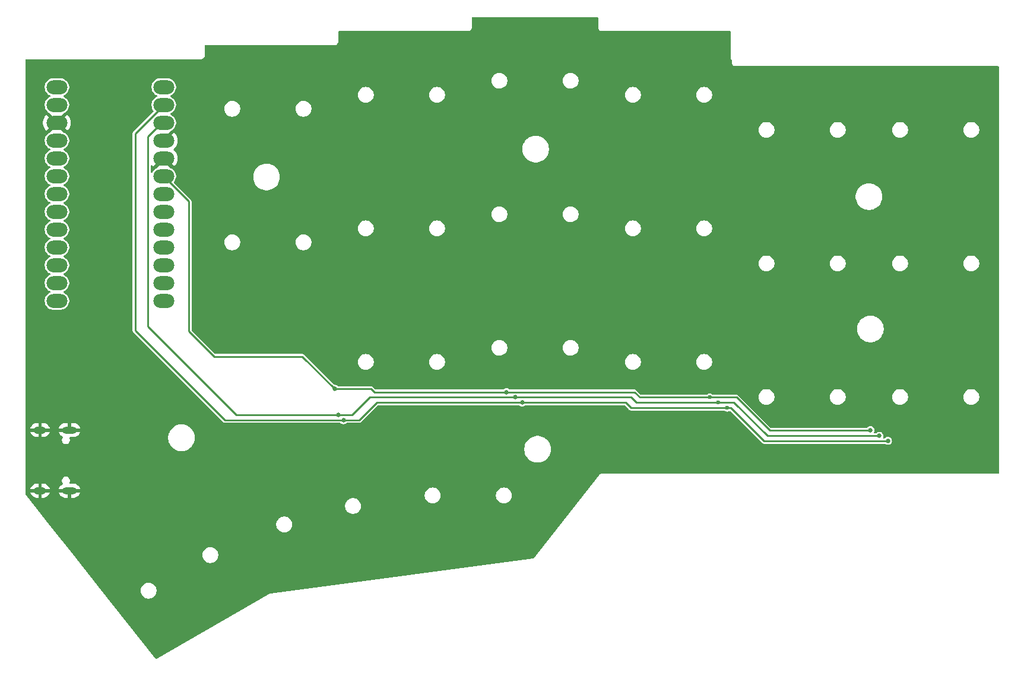
<source format=gbl>
G04 #@! TF.GenerationSoftware,KiCad,Pcbnew,8.0.3*
G04 #@! TF.CreationDate,2024-06-14T18:21:21-07:00*
G04 #@! TF.ProjectId,Keyboard,4b657962-6f61-4726-942e-6b696361645f,rev?*
G04 #@! TF.SameCoordinates,Original*
G04 #@! TF.FileFunction,Copper,L2,Bot*
G04 #@! TF.FilePolarity,Positive*
%FSLAX46Y46*%
G04 Gerber Fmt 4.6, Leading zero omitted, Abs format (unit mm)*
G04 Created by KiCad (PCBNEW 8.0.3) date 2024-06-14 18:21:21*
%MOMM*%
%LPD*%
G01*
G04 APERTURE LIST*
G04 #@! TA.AperFunction,ComponentPad*
%ADD10O,2.100000X1.000000*%
G04 #@! TD*
G04 #@! TA.AperFunction,ComponentPad*
%ADD11O,1.800000X1.000000*%
G04 #@! TD*
G04 #@! TA.AperFunction,ComponentPad*
%ADD12O,3.000000X2.000000*%
G04 #@! TD*
G04 #@! TA.AperFunction,ViaPad*
%ADD13C,0.650000*%
G04 #@! TD*
G04 #@! TA.AperFunction,ViaPad*
%ADD14C,0.600000*%
G04 #@! TD*
G04 #@! TA.AperFunction,Conductor*
%ADD15C,0.250000*%
G04 #@! TD*
G04 APERTURE END LIST*
D10*
G04 #@! TO.P,J4,S1,SHIELD*
G04 #@! TO.N,GND*
X72260000Y-246630000D03*
D11*
X68080000Y-246630000D03*
D10*
X72260000Y-255270000D03*
D11*
X68080000Y-255270000D03*
G04 #@! TD*
D12*
G04 #@! TO.P,U1,1,D+*
G04 #@! TO.N,unconnected-(U1-D+-Pad1)*
X85720000Y-197710000D03*
G04 #@! TO.P,U1,2,D0*
G04 #@! TO.N,/SEL2*
X85720000Y-200250000D03*
G04 #@! TO.P,U1,3,D1*
G04 #@! TO.N,/SEL1*
X85720000Y-202790000D03*
G04 #@! TO.P,U1,4,GND*
G04 #@! TO.N,GND*
X85720000Y-205330000D03*
G04 #@! TO.P,U1,5,GND*
X85720000Y-207870000D03*
G04 #@! TO.P,U1,6,D2*
G04 #@! TO.N,/SEL0*
X85720000Y-210410000D03*
G04 #@! TO.P,U1,7,D3*
G04 #@! TO.N,unconnected-(U1-D3-Pad7)*
X85720000Y-212950000D03*
G04 #@! TO.P,U1,8,D4*
G04 #@! TO.N,/SDA0*
X85720000Y-215490000D03*
G04 #@! TO.P,U1,9,D5*
G04 #@! TO.N,/SCL0*
X85720000Y-218030000D03*
G04 #@! TO.P,U1,10,D6*
G04 #@! TO.N,unconnected-(U1-D6-Pad10)*
X85720000Y-220570000D03*
G04 #@! TO.P,U1,11,D7*
G04 #@! TO.N,unconnected-(U1-D7-Pad11)*
X85720000Y-223110000D03*
G04 #@! TO.P,U1,12,D8*
G04 #@! TO.N,unconnected-(U1-D8-Pad12)*
X85720000Y-225650000D03*
G04 #@! TO.P,U1,13,D9*
G04 #@! TO.N,unconnected-(U1-D9-Pad13)*
X85720000Y-228190000D03*
G04 #@! TO.P,U1,14,D10*
G04 #@! TO.N,SDA1*
X70480000Y-228190000D03*
G04 #@! TO.P,U1,15,MOSI*
G04 #@! TO.N,SCL1*
X70480000Y-225650000D03*
G04 #@! TO.P,U1,16,MISO*
G04 #@! TO.N,unconnected-(U1-MISO-Pad16)*
X70480000Y-223110000D03*
G04 #@! TO.P,U1,17,SCK*
G04 #@! TO.N,unconnected-(U1-SCK-Pad17)*
X70480000Y-220570000D03*
G04 #@! TO.P,U1,18,A0*
G04 #@! TO.N,/ADC3*
X70480000Y-218030000D03*
G04 #@! TO.P,U1,19,A1*
G04 #@! TO.N,/ADC2*
X70480000Y-215490000D03*
G04 #@! TO.P,U1,20,A2*
G04 #@! TO.N,/ADC1*
X70480000Y-212950000D03*
G04 #@! TO.P,U1,21,A3*
G04 #@! TO.N,/ADC0*
X70480000Y-210410000D03*
G04 #@! TO.P,U1,22,3.3V*
G04 #@! TO.N,3V3*
X70480000Y-207870000D03*
G04 #@! TO.P,U1,23,RESET*
G04 #@! TO.N,unconnected-(U1-RESET-Pad23)*
X70480000Y-205330000D03*
G04 #@! TO.P,U1,24,GND*
G04 #@! TO.N,GND*
X70480000Y-202790000D03*
G04 #@! TO.P,U1,25,RAW*
G04 #@! TO.N,/5V*
X70480000Y-200250000D03*
G04 #@! TO.P,U1,26,D-*
G04 #@! TO.N,unconnected-(U1-D--Pad26)*
X70480000Y-197710000D03*
G04 #@! TD*
D13*
G04 #@! TO.N,GND*
X195770000Y-217830000D03*
X100790000Y-206670000D03*
X124740000Y-226950000D03*
X156980000Y-224630000D03*
X96300000Y-258460000D03*
X182030000Y-214430000D03*
X190830000Y-199200000D03*
X120560000Y-250840000D03*
X101120000Y-250240000D03*
X113630000Y-249410000D03*
G04 #@! TO.N,/SEL2*
X136850000Y-242700000D03*
D14*
X166100000Y-243450000D03*
D13*
X189000000Y-248150000D03*
X111350000Y-245200000D03*
G04 #@! TO.N,/SEL1*
X187800000Y-247450000D03*
D14*
X164850000Y-242700000D03*
D13*
X135850000Y-241950000D03*
X110600000Y-244450000D03*
G04 #@! TO.N,/SEL0*
X186500000Y-246650000D03*
D14*
X163600000Y-241950000D03*
D13*
X110100000Y-240750000D03*
X134600000Y-241200000D03*
G04 #@! TD*
D15*
G04 #@! TO.N,unconnected-(U1-RESET-Pad23)*
X70480000Y-205410000D02*
X71610000Y-205410000D01*
G04 #@! TO.N,/SEL2*
X111350000Y-245200000D02*
X112350000Y-245200000D01*
X81650000Y-204320000D02*
X81650000Y-232400000D01*
X189000000Y-248150000D02*
X189050000Y-248200000D01*
X152350000Y-243450000D02*
X166100000Y-243450000D01*
X81650000Y-232400000D02*
X94450000Y-245200000D01*
X112350000Y-245200000D02*
X113600000Y-245200000D01*
X85720000Y-200250000D02*
X81650000Y-204320000D01*
X171350000Y-248200000D02*
X188950000Y-248200000D01*
X189050000Y-248200000D02*
X189100000Y-248200000D01*
X166600000Y-243450000D02*
X171350000Y-248200000D01*
X113600000Y-245200000D02*
X116100000Y-242700000D01*
X188950000Y-248200000D02*
X189000000Y-248150000D01*
X116100000Y-242700000D02*
X136850000Y-242700000D01*
X94450000Y-245200000D02*
X111350000Y-245200000D01*
X136850000Y-242700000D02*
X151600000Y-242700000D01*
X166100000Y-243450000D02*
X166600000Y-243450000D01*
X151600000Y-242700000D02*
X152350000Y-243450000D01*
G04 #@! TO.N,/SEL1*
X110600000Y-244450000D02*
X112600000Y-244450000D01*
X171800000Y-247450000D02*
X187800000Y-247450000D01*
X85400000Y-202790000D02*
X83480000Y-204710000D01*
X152350000Y-241950000D02*
X153100000Y-242700000D01*
X96100000Y-244450000D02*
X110600000Y-244450000D01*
X112600000Y-244450000D02*
X115100000Y-241950000D01*
X83480000Y-204710000D02*
X83480000Y-231830000D01*
X164850000Y-242700000D02*
X167050000Y-242700000D01*
X85720000Y-202790000D02*
X85400000Y-202790000D01*
X83480000Y-231830000D02*
X96100000Y-244450000D01*
X187800000Y-247450000D02*
X187850000Y-247450000D01*
X153100000Y-242700000D02*
X164850000Y-242700000D01*
X115100000Y-241950000D02*
X135850000Y-241950000D01*
X167050000Y-242700000D02*
X171800000Y-247450000D01*
X135850000Y-241950000D02*
X152350000Y-241950000D01*
G04 #@! TO.N,/SEL0*
X167400000Y-241950000D02*
X172150000Y-246700000D01*
X186500000Y-246650000D02*
X186550000Y-246700000D01*
X152850000Y-241200000D02*
X153600000Y-241950000D01*
X92920000Y-236150000D02*
X105500000Y-236150000D01*
X172150000Y-246700000D02*
X186450000Y-246700000D01*
X136100000Y-241200000D02*
X152850000Y-241200000D01*
X153600000Y-241950000D02*
X163600000Y-241950000D01*
X186450000Y-246700000D02*
X186500000Y-246650000D01*
X115300000Y-240750000D02*
X115750000Y-241200000D01*
X115750000Y-241200000D02*
X134600000Y-241200000D01*
X110100000Y-240750000D02*
X115300000Y-240750000D01*
X89320000Y-214010000D02*
X89320000Y-232550000D01*
X85720000Y-210410000D02*
X89320000Y-214010000D01*
X134600000Y-241200000D02*
X136100000Y-241200000D01*
X89320000Y-232550000D02*
X92920000Y-236150000D01*
X163600000Y-241950000D02*
X167400000Y-241950000D01*
X105500000Y-236150000D02*
X110100000Y-240750000D01*
X186550000Y-246700000D02*
X186600000Y-246700000D01*
G04 #@! TD*
G04 #@! TA.AperFunction,Conductor*
G04 #@! TO.N,GND*
G36*
X85254075Y-208062993D02*
G01*
X85319901Y-208177007D01*
X85412993Y-208270099D01*
X85527007Y-208335925D01*
X85590590Y-208352962D01*
X84656941Y-209286611D01*
X84625555Y-209309414D01*
X84564599Y-209340472D01*
X84458434Y-209417606D01*
X84405354Y-209456172D01*
X84405352Y-209456174D01*
X84405351Y-209456174D01*
X84266174Y-209595351D01*
X84266174Y-209595352D01*
X84266172Y-209595354D01*
X84216485Y-209663741D01*
X84150476Y-209754594D01*
X84089985Y-209873315D01*
X84042010Y-209924111D01*
X83974189Y-209940906D01*
X83908054Y-209918369D01*
X83864603Y-209863653D01*
X83855500Y-209817020D01*
X83855500Y-208925287D01*
X83875185Y-208858248D01*
X83927989Y-208812493D01*
X83997147Y-208802549D01*
X84060703Y-208831574D01*
X84073791Y-208844756D01*
X84075868Y-208847188D01*
X84232563Y-209003883D01*
X85237037Y-207999408D01*
X85254075Y-208062993D01*
G37*
G04 #@! TD.AperFunction*
G04 #@! TA.AperFunction,Conductor*
G36*
X147637539Y-187730185D02*
G01*
X147683294Y-187782989D01*
X147694500Y-187834500D01*
X147694500Y-189275891D01*
X147728608Y-189403187D01*
X147761554Y-189460250D01*
X147794500Y-189517314D01*
X147887686Y-189610500D01*
X148001814Y-189676392D01*
X148129108Y-189710500D01*
X148260892Y-189710500D01*
X166496000Y-189710500D01*
X166563039Y-189730185D01*
X166608794Y-189782989D01*
X166620000Y-189834500D01*
X166620000Y-193650000D01*
X166708181Y-193738181D01*
X166741666Y-193799504D01*
X166744500Y-193825862D01*
X166744500Y-194275891D01*
X166778608Y-194403187D01*
X166811554Y-194460250D01*
X166844500Y-194517314D01*
X166937686Y-194610500D01*
X167051814Y-194676392D01*
X167179108Y-194710500D01*
X167310892Y-194710500D01*
X204720500Y-194710500D01*
X204787539Y-194730185D01*
X204833294Y-194782989D01*
X204844500Y-194834500D01*
X204844500Y-252735500D01*
X204824815Y-252802539D01*
X204772011Y-252848294D01*
X204720500Y-252859500D01*
X148239462Y-252859500D01*
X148221894Y-252858249D01*
X148219094Y-252857848D01*
X148200678Y-252855212D01*
X148176971Y-252858063D01*
X148172397Y-252858613D01*
X148157597Y-252859500D01*
X148129108Y-252859500D01*
X148108404Y-252865047D01*
X148091118Y-252868384D01*
X148069840Y-252870942D01*
X148069835Y-252870944D01*
X148043394Y-252881548D01*
X148029337Y-252886232D01*
X148001815Y-252893607D01*
X147983247Y-252904326D01*
X147967425Y-252912018D01*
X147947526Y-252920000D01*
X147947524Y-252920001D01*
X147924727Y-252937090D01*
X147912361Y-252945253D01*
X147887683Y-252959501D01*
X147872530Y-252974654D01*
X147859233Y-252986184D01*
X147842081Y-252999042D01*
X147842073Y-252999049D01*
X147824474Y-253021457D01*
X147814644Y-253032539D01*
X147794504Y-253052681D01*
X147794498Y-253052688D01*
X147783782Y-253071249D01*
X147773916Y-253085834D01*
X138463400Y-264940931D01*
X138406512Y-264981497D01*
X138382183Y-264987267D01*
X100975070Y-269948424D01*
X100958767Y-269949500D01*
X100934108Y-269949500D01*
X100934107Y-269949500D01*
X100934098Y-269949501D01*
X100909695Y-269956039D01*
X100893915Y-269959186D01*
X100868880Y-269962507D01*
X100868869Y-269962509D01*
X100846100Y-269971966D01*
X100830640Y-269977223D01*
X100806814Y-269983607D01*
X100784933Y-269996240D01*
X100770504Y-270003364D01*
X100747171Y-270013055D01*
X100747170Y-270013056D01*
X100727620Y-270028086D01*
X100714045Y-270037166D01*
X84718821Y-279272014D01*
X84650921Y-279288487D01*
X84584894Y-279265634D01*
X84559642Y-279241648D01*
X76800753Y-269451421D01*
X82435091Y-269451421D01*
X82435091Y-269628578D01*
X82462805Y-269803556D01*
X82517547Y-269972039D01*
X82517548Y-269972042D01*
X82597977Y-270129890D01*
X82702108Y-270273214D01*
X82827377Y-270398483D01*
X82970701Y-270502614D01*
X83048120Y-270542061D01*
X83128548Y-270583042D01*
X83128551Y-270583043D01*
X83212792Y-270610414D01*
X83297036Y-270637786D01*
X83472012Y-270665500D01*
X83472013Y-270665500D01*
X83649169Y-270665500D01*
X83649170Y-270665500D01*
X83824146Y-270637786D01*
X83992633Y-270583042D01*
X84150481Y-270502614D01*
X84293805Y-270398483D01*
X84419074Y-270273214D01*
X84523205Y-270129890D01*
X84603633Y-269972042D01*
X84658377Y-269803555D01*
X84686091Y-269628579D01*
X84686091Y-269451421D01*
X84658377Y-269276445D01*
X84603633Y-269107958D01*
X84603633Y-269107957D01*
X84523204Y-268950109D01*
X84419074Y-268806786D01*
X84293805Y-268681517D01*
X84150481Y-268577386D01*
X83992633Y-268496957D01*
X83992630Y-268496956D01*
X83824147Y-268442214D01*
X83736658Y-268428357D01*
X83649170Y-268414500D01*
X83472012Y-268414500D01*
X83413686Y-268423738D01*
X83297034Y-268442214D01*
X83128551Y-268496956D01*
X83128548Y-268496957D01*
X82970700Y-268577386D01*
X82888929Y-268636796D01*
X82827377Y-268681517D01*
X82827375Y-268681519D01*
X82827374Y-268681519D01*
X82702110Y-268806783D01*
X82702110Y-268806784D01*
X82702108Y-268806786D01*
X82657387Y-268868338D01*
X82597977Y-268950109D01*
X82517548Y-269107957D01*
X82517547Y-269107960D01*
X82462805Y-269276443D01*
X82435091Y-269451421D01*
X76800753Y-269451421D01*
X72774784Y-264371421D01*
X91233909Y-264371421D01*
X91233909Y-264548578D01*
X91261623Y-264723556D01*
X91316365Y-264892039D01*
X91316366Y-264892042D01*
X91396795Y-265049890D01*
X91500926Y-265193214D01*
X91626195Y-265318483D01*
X91769519Y-265422614D01*
X91846938Y-265462061D01*
X91927366Y-265503042D01*
X91927369Y-265503043D01*
X92011610Y-265530414D01*
X92095854Y-265557786D01*
X92270830Y-265585500D01*
X92270831Y-265585500D01*
X92447987Y-265585500D01*
X92447988Y-265585500D01*
X92622964Y-265557786D01*
X92791451Y-265503042D01*
X92949299Y-265422614D01*
X93092623Y-265318483D01*
X93217892Y-265193214D01*
X93322023Y-265049890D01*
X93402451Y-264892042D01*
X93457195Y-264723555D01*
X93484909Y-264548579D01*
X93484909Y-264371421D01*
X93457195Y-264196445D01*
X93402451Y-264027958D01*
X93402451Y-264027957D01*
X93322022Y-263870109D01*
X93217892Y-263726786D01*
X93092623Y-263601517D01*
X92949299Y-263497386D01*
X92791451Y-263416957D01*
X92791448Y-263416956D01*
X92622965Y-263362214D01*
X92535476Y-263348357D01*
X92447988Y-263334500D01*
X92270830Y-263334500D01*
X92212504Y-263343738D01*
X92095852Y-263362214D01*
X91927369Y-263416956D01*
X91927366Y-263416957D01*
X91769518Y-263497386D01*
X91687747Y-263556796D01*
X91626195Y-263601517D01*
X91626193Y-263601519D01*
X91626192Y-263601519D01*
X91500928Y-263726783D01*
X91500928Y-263726784D01*
X91500926Y-263726786D01*
X91456205Y-263788338D01*
X91396795Y-263870109D01*
X91316366Y-264027957D01*
X91316365Y-264027960D01*
X91261623Y-264196443D01*
X91233909Y-264371421D01*
X72774784Y-264371421D01*
X69307379Y-259996222D01*
X101767597Y-259996222D01*
X101767597Y-260173379D01*
X101795311Y-260348357D01*
X101850053Y-260516840D01*
X101850054Y-260516843D01*
X101930483Y-260674691D01*
X102034614Y-260818015D01*
X102159883Y-260943284D01*
X102303207Y-261047415D01*
X102380626Y-261086862D01*
X102461054Y-261127843D01*
X102461057Y-261127844D01*
X102545298Y-261155215D01*
X102629542Y-261182587D01*
X102804518Y-261210301D01*
X102804519Y-261210301D01*
X102981675Y-261210301D01*
X102981676Y-261210301D01*
X103156652Y-261182587D01*
X103325139Y-261127843D01*
X103482987Y-261047415D01*
X103626311Y-260943284D01*
X103751580Y-260818015D01*
X103855711Y-260674691D01*
X103936139Y-260516843D01*
X103990883Y-260348356D01*
X104018597Y-260173380D01*
X104018597Y-259996222D01*
X103990883Y-259821246D01*
X103936139Y-259652759D01*
X103936139Y-259652758D01*
X103855710Y-259494910D01*
X103751580Y-259351587D01*
X103626311Y-259226318D01*
X103482987Y-259122187D01*
X103325139Y-259041758D01*
X103325136Y-259041757D01*
X103156653Y-258987015D01*
X103069164Y-258973158D01*
X102981676Y-258959301D01*
X102804518Y-258959301D01*
X102746192Y-258968539D01*
X102629540Y-258987015D01*
X102461057Y-259041757D01*
X102461054Y-259041758D01*
X102303206Y-259122187D01*
X102221435Y-259181597D01*
X102159883Y-259226318D01*
X102159881Y-259226320D01*
X102159880Y-259226320D01*
X102034616Y-259351584D01*
X102034616Y-259351585D01*
X102034614Y-259351587D01*
X101989893Y-259413139D01*
X101930483Y-259494910D01*
X101850054Y-259652758D01*
X101850053Y-259652761D01*
X101795311Y-259821244D01*
X101767597Y-259996222D01*
X69307379Y-259996222D01*
X67223384Y-257366620D01*
X111581403Y-257366620D01*
X111581403Y-257543777D01*
X111609117Y-257718755D01*
X111663859Y-257887238D01*
X111663860Y-257887241D01*
X111744289Y-258045089D01*
X111848420Y-258188413D01*
X111973689Y-258313682D01*
X112117013Y-258417813D01*
X112194432Y-258457260D01*
X112274860Y-258498241D01*
X112274863Y-258498242D01*
X112359104Y-258525613D01*
X112443348Y-258552985D01*
X112618324Y-258580699D01*
X112618325Y-258580699D01*
X112795481Y-258580699D01*
X112795482Y-258580699D01*
X112970458Y-258552985D01*
X113138945Y-258498241D01*
X113296793Y-258417813D01*
X113440117Y-258313682D01*
X113565386Y-258188413D01*
X113669517Y-258045089D01*
X113749945Y-257887241D01*
X113804689Y-257718754D01*
X113832403Y-257543778D01*
X113832403Y-257366620D01*
X113804689Y-257191644D01*
X113766952Y-257075500D01*
X113749946Y-257023159D01*
X113749945Y-257023156D01*
X113669516Y-256865308D01*
X113628228Y-256808480D01*
X113565386Y-256721985D01*
X113440117Y-256596716D01*
X113296793Y-256492585D01*
X113138945Y-256412156D01*
X113138942Y-256412155D01*
X112970459Y-256357413D01*
X112882970Y-256343556D01*
X112795482Y-256329699D01*
X112618324Y-256329699D01*
X112559998Y-256338937D01*
X112443346Y-256357413D01*
X112274863Y-256412155D01*
X112274860Y-256412156D01*
X112117012Y-256492585D01*
X112051903Y-256539890D01*
X111973689Y-256596716D01*
X111973687Y-256596718D01*
X111973686Y-256596718D01*
X111848422Y-256721982D01*
X111848422Y-256721983D01*
X111848420Y-256721985D01*
X111803699Y-256783537D01*
X111744289Y-256865308D01*
X111663860Y-257023156D01*
X111663859Y-257023159D01*
X111609117Y-257191642D01*
X111581403Y-257366620D01*
X67223384Y-257366620D01*
X65997350Y-255819601D01*
X65971140Y-255754835D01*
X65970533Y-255742581D01*
X65970648Y-255020000D01*
X66710138Y-255020000D01*
X67513012Y-255020000D01*
X67495795Y-255029940D01*
X67439940Y-255085795D01*
X67400444Y-255154204D01*
X67380000Y-255230504D01*
X67380000Y-255309496D01*
X67400444Y-255385796D01*
X67439940Y-255454205D01*
X67495795Y-255510060D01*
X67513012Y-255520000D01*
X66710138Y-255520000D01*
X66718430Y-255561690D01*
X66718430Y-255561692D01*
X66793807Y-255743671D01*
X66793814Y-255743684D01*
X66903248Y-255907462D01*
X66903251Y-255907466D01*
X67042533Y-256046748D01*
X67042537Y-256046751D01*
X67206315Y-256156185D01*
X67206328Y-256156192D01*
X67388306Y-256231569D01*
X67388318Y-256231572D01*
X67581504Y-256269999D01*
X67581508Y-256270000D01*
X67830000Y-256270000D01*
X67830000Y-255570000D01*
X68330000Y-255570000D01*
X68330000Y-256270000D01*
X68578492Y-256270000D01*
X68578495Y-256269999D01*
X68771681Y-256231572D01*
X68771693Y-256231569D01*
X68953671Y-256156192D01*
X68953684Y-256156185D01*
X69117462Y-256046751D01*
X69117466Y-256046748D01*
X69256748Y-255907466D01*
X69256751Y-255907462D01*
X69366185Y-255743684D01*
X69366192Y-255743671D01*
X69441569Y-255561692D01*
X69441569Y-255561690D01*
X69449862Y-255520000D01*
X68646988Y-255520000D01*
X68664205Y-255510060D01*
X68720060Y-255454205D01*
X68759556Y-255385796D01*
X68780000Y-255309496D01*
X68780000Y-255230504D01*
X68759556Y-255154204D01*
X68720060Y-255085795D01*
X68664205Y-255029940D01*
X68646988Y-255020000D01*
X69449862Y-255020000D01*
X70740138Y-255020000D01*
X71543012Y-255020000D01*
X71525795Y-255029940D01*
X71469940Y-255085795D01*
X71430444Y-255154204D01*
X71410000Y-255230504D01*
X71410000Y-255309496D01*
X71430444Y-255385796D01*
X71469940Y-255454205D01*
X71525795Y-255510060D01*
X71543012Y-255520000D01*
X70740138Y-255520000D01*
X70748430Y-255561690D01*
X70748430Y-255561692D01*
X70823807Y-255743671D01*
X70823814Y-255743684D01*
X70933248Y-255907462D01*
X70933251Y-255907466D01*
X71072533Y-256046748D01*
X71072537Y-256046751D01*
X71236315Y-256156185D01*
X71236328Y-256156192D01*
X71418306Y-256231569D01*
X71418318Y-256231572D01*
X71611504Y-256269999D01*
X71611508Y-256270000D01*
X72010000Y-256270000D01*
X72010000Y-255570000D01*
X72510000Y-255570000D01*
X72510000Y-256270000D01*
X72908492Y-256270000D01*
X72908495Y-256269999D01*
X73101681Y-256231572D01*
X73101693Y-256231569D01*
X73283671Y-256156192D01*
X73283684Y-256156185D01*
X73447462Y-256046751D01*
X73447466Y-256046748D01*
X73586748Y-255907466D01*
X73586751Y-255907462D01*
X73617515Y-255861421D01*
X122939500Y-255861421D01*
X122939500Y-256038578D01*
X122967214Y-256213556D01*
X123021956Y-256382039D01*
X123021957Y-256382042D01*
X123102386Y-256539890D01*
X123206517Y-256683214D01*
X123331786Y-256808483D01*
X123475110Y-256912614D01*
X123552529Y-256952061D01*
X123632957Y-256993042D01*
X123632960Y-256993043D01*
X123717201Y-257020414D01*
X123801445Y-257047786D01*
X123976421Y-257075500D01*
X123976422Y-257075500D01*
X124153578Y-257075500D01*
X124153579Y-257075500D01*
X124328555Y-257047786D01*
X124497042Y-256993042D01*
X124654890Y-256912614D01*
X124798214Y-256808483D01*
X124923483Y-256683214D01*
X125027614Y-256539890D01*
X125108042Y-256382042D01*
X125162786Y-256213555D01*
X125190500Y-256038579D01*
X125190500Y-255861421D01*
X133099500Y-255861421D01*
X133099500Y-256038578D01*
X133127214Y-256213556D01*
X133181956Y-256382039D01*
X133181957Y-256382042D01*
X133262386Y-256539890D01*
X133366517Y-256683214D01*
X133491786Y-256808483D01*
X133635110Y-256912614D01*
X133712529Y-256952061D01*
X133792957Y-256993042D01*
X133792960Y-256993043D01*
X133877201Y-257020414D01*
X133961445Y-257047786D01*
X134136421Y-257075500D01*
X134136422Y-257075500D01*
X134313578Y-257075500D01*
X134313579Y-257075500D01*
X134488555Y-257047786D01*
X134657042Y-256993042D01*
X134814890Y-256912614D01*
X134958214Y-256808483D01*
X135083483Y-256683214D01*
X135187614Y-256539890D01*
X135268042Y-256382042D01*
X135322786Y-256213555D01*
X135350500Y-256038579D01*
X135350500Y-255861421D01*
X135322786Y-255686445D01*
X135278309Y-255549556D01*
X135268043Y-255517960D01*
X135268042Y-255517957D01*
X135227061Y-255437529D01*
X135187614Y-255360110D01*
X135083483Y-255216786D01*
X134958214Y-255091517D01*
X134814890Y-254987386D01*
X134657042Y-254906957D01*
X134657039Y-254906956D01*
X134488556Y-254852214D01*
X134401067Y-254838357D01*
X134313579Y-254824500D01*
X134136421Y-254824500D01*
X134078095Y-254833738D01*
X133961443Y-254852214D01*
X133792960Y-254906956D01*
X133792957Y-254906957D01*
X133635109Y-254987386D01*
X133576539Y-255029940D01*
X133491786Y-255091517D01*
X133491784Y-255091519D01*
X133491783Y-255091519D01*
X133366519Y-255216783D01*
X133366519Y-255216784D01*
X133366517Y-255216786D01*
X133321796Y-255278338D01*
X133262386Y-255360109D01*
X133181957Y-255517957D01*
X133181956Y-255517960D01*
X133127214Y-255686443D01*
X133099500Y-255861421D01*
X125190500Y-255861421D01*
X125162786Y-255686445D01*
X125118309Y-255549556D01*
X125108043Y-255517960D01*
X125108042Y-255517957D01*
X125067061Y-255437529D01*
X125027614Y-255360110D01*
X124923483Y-255216786D01*
X124798214Y-255091517D01*
X124654890Y-254987386D01*
X124497042Y-254906957D01*
X124497039Y-254906956D01*
X124328556Y-254852214D01*
X124241067Y-254838357D01*
X124153579Y-254824500D01*
X123976421Y-254824500D01*
X123918095Y-254833738D01*
X123801443Y-254852214D01*
X123632960Y-254906956D01*
X123632957Y-254906957D01*
X123475109Y-254987386D01*
X123416539Y-255029940D01*
X123331786Y-255091517D01*
X123331784Y-255091519D01*
X123331783Y-255091519D01*
X123206519Y-255216783D01*
X123206519Y-255216784D01*
X123206517Y-255216786D01*
X123161796Y-255278338D01*
X123102386Y-255360109D01*
X123021957Y-255517957D01*
X123021956Y-255517960D01*
X122967214Y-255686443D01*
X122939500Y-255861421D01*
X73617515Y-255861421D01*
X73696185Y-255743684D01*
X73696192Y-255743671D01*
X73771569Y-255561692D01*
X73771569Y-255561690D01*
X73779862Y-255520000D01*
X72976988Y-255520000D01*
X72994205Y-255510060D01*
X73050060Y-255454205D01*
X73089556Y-255385796D01*
X73110000Y-255309496D01*
X73110000Y-255230504D01*
X73089556Y-255154204D01*
X73050060Y-255085795D01*
X72994205Y-255029940D01*
X72976988Y-255020000D01*
X73779862Y-255020000D01*
X73771569Y-254978309D01*
X73771569Y-254978307D01*
X73696192Y-254796328D01*
X73696185Y-254796315D01*
X73586751Y-254632537D01*
X73586748Y-254632533D01*
X73447466Y-254493251D01*
X73447462Y-254493248D01*
X73283684Y-254383814D01*
X73283671Y-254383807D01*
X73101693Y-254308430D01*
X73101681Y-254308427D01*
X72908495Y-254270000D01*
X72391045Y-254270000D01*
X72324006Y-254250315D01*
X72278251Y-254197511D01*
X72268307Y-254128353D01*
X72283658Y-254084000D01*
X72296279Y-254062138D01*
X72296281Y-254062135D01*
X72335500Y-253915766D01*
X72335500Y-253764234D01*
X72296281Y-253617865D01*
X72220515Y-253486635D01*
X72113365Y-253379485D01*
X72047750Y-253341602D01*
X71982136Y-253303719D01*
X71908950Y-253284109D01*
X71835766Y-253264500D01*
X71684234Y-253264500D01*
X71537863Y-253303719D01*
X71406635Y-253379485D01*
X71406632Y-253379487D01*
X71299487Y-253486632D01*
X71299485Y-253486635D01*
X71223719Y-253617863D01*
X71184500Y-253764234D01*
X71184500Y-253915765D01*
X71223719Y-254062136D01*
X71261950Y-254128353D01*
X71299485Y-254193365D01*
X71299486Y-254193366D01*
X71303549Y-254200403D01*
X71301346Y-254201674D01*
X71321959Y-254254983D01*
X71307923Y-254323428D01*
X71259112Y-254373420D01*
X71245845Y-254379866D01*
X71236324Y-254383809D01*
X71236315Y-254383814D01*
X71072537Y-254493248D01*
X71072533Y-254493251D01*
X70933251Y-254632533D01*
X70933248Y-254632537D01*
X70823814Y-254796315D01*
X70823807Y-254796328D01*
X70748430Y-254978307D01*
X70748430Y-254978309D01*
X70740138Y-255020000D01*
X69449862Y-255020000D01*
X69441569Y-254978309D01*
X69441569Y-254978307D01*
X69366192Y-254796328D01*
X69366185Y-254796315D01*
X69256751Y-254632537D01*
X69256748Y-254632533D01*
X69117466Y-254493251D01*
X69117462Y-254493248D01*
X68953684Y-254383814D01*
X68953671Y-254383807D01*
X68771693Y-254308430D01*
X68771681Y-254308427D01*
X68578495Y-254270000D01*
X68330000Y-254270000D01*
X68330000Y-254970000D01*
X67830000Y-254970000D01*
X67830000Y-254270000D01*
X67581504Y-254270000D01*
X67388318Y-254308427D01*
X67388306Y-254308430D01*
X67206328Y-254383807D01*
X67206315Y-254383814D01*
X67042537Y-254493248D01*
X67042533Y-254493251D01*
X66903251Y-254632533D01*
X66903248Y-254632537D01*
X66793814Y-254796315D01*
X66793807Y-254796328D01*
X66718430Y-254978307D01*
X66718430Y-254978309D01*
X66710138Y-255020000D01*
X65970648Y-255020000D01*
X65972025Y-246380000D01*
X66710138Y-246380000D01*
X67513012Y-246380000D01*
X67495795Y-246389940D01*
X67439940Y-246445795D01*
X67400444Y-246514204D01*
X67380000Y-246590504D01*
X67380000Y-246669496D01*
X67400444Y-246745796D01*
X67439940Y-246814205D01*
X67495795Y-246870060D01*
X67513012Y-246880000D01*
X66710138Y-246880000D01*
X66718430Y-246921690D01*
X66718430Y-246921692D01*
X66793807Y-247103671D01*
X66793814Y-247103684D01*
X66903248Y-247267462D01*
X66903251Y-247267466D01*
X67042533Y-247406748D01*
X67042537Y-247406751D01*
X67206315Y-247516185D01*
X67206328Y-247516192D01*
X67388306Y-247591569D01*
X67388318Y-247591572D01*
X67581504Y-247629999D01*
X67581508Y-247630000D01*
X67830000Y-247630000D01*
X67830000Y-246930000D01*
X68330000Y-246930000D01*
X68330000Y-247630000D01*
X68578492Y-247630000D01*
X68578495Y-247629999D01*
X68771681Y-247591572D01*
X68771693Y-247591569D01*
X68953671Y-247516192D01*
X68953684Y-247516185D01*
X69117462Y-247406751D01*
X69117466Y-247406748D01*
X69256748Y-247267466D01*
X69256751Y-247267462D01*
X69366185Y-247103684D01*
X69366192Y-247103671D01*
X69441569Y-246921692D01*
X69441569Y-246921690D01*
X69449862Y-246880000D01*
X68646988Y-246880000D01*
X68664205Y-246870060D01*
X68720060Y-246814205D01*
X68759556Y-246745796D01*
X68780000Y-246669496D01*
X68780000Y-246590504D01*
X68759556Y-246514204D01*
X68720060Y-246445795D01*
X68664205Y-246389940D01*
X68646988Y-246380000D01*
X69449862Y-246380000D01*
X70740138Y-246380000D01*
X71543012Y-246380000D01*
X71525795Y-246389940D01*
X71469940Y-246445795D01*
X71430444Y-246514204D01*
X71410000Y-246590504D01*
X71410000Y-246669496D01*
X71430444Y-246745796D01*
X71469940Y-246814205D01*
X71525795Y-246870060D01*
X71543012Y-246880000D01*
X70740138Y-246880000D01*
X70748430Y-246921690D01*
X70748430Y-246921692D01*
X70823807Y-247103671D01*
X70823814Y-247103684D01*
X70933248Y-247267462D01*
X70933251Y-247267466D01*
X71072533Y-247406748D01*
X71072537Y-247406751D01*
X71236315Y-247516185D01*
X71236328Y-247516192D01*
X71245838Y-247520131D01*
X71300243Y-247563970D01*
X71322310Y-247630264D01*
X71305033Y-247697963D01*
X71301350Y-247703405D01*
X71223719Y-247837863D01*
X71184500Y-247984234D01*
X71184500Y-248135765D01*
X71223719Y-248282136D01*
X71252628Y-248332207D01*
X71299485Y-248413365D01*
X71406635Y-248520515D01*
X71520281Y-248586129D01*
X71535966Y-248595185D01*
X71537865Y-248596281D01*
X71684234Y-248635500D01*
X71684236Y-248635500D01*
X71835764Y-248635500D01*
X71835766Y-248635500D01*
X71982135Y-248596281D01*
X72113365Y-248520515D01*
X72220515Y-248413365D01*
X72296281Y-248282135D01*
X72335500Y-248135766D01*
X72335500Y-247984234D01*
X72296281Y-247837865D01*
X72284344Y-247817189D01*
X72283658Y-247816000D01*
X72267185Y-247748099D01*
X72290038Y-247682073D01*
X72344959Y-247638882D01*
X72391045Y-247630000D01*
X72908492Y-247630000D01*
X72908495Y-247629999D01*
X73082230Y-247595441D01*
X86349500Y-247595441D01*
X86349500Y-247844558D01*
X86349501Y-247844575D01*
X86382017Y-248091561D01*
X86446498Y-248332207D01*
X86541830Y-248562361D01*
X86541836Y-248562373D01*
X86666400Y-248778126D01*
X86818060Y-248975774D01*
X86818066Y-248975781D01*
X86994218Y-249151933D01*
X86994225Y-249151939D01*
X87191873Y-249303599D01*
X87407623Y-249428162D01*
X87407638Y-249428169D01*
X87506825Y-249469253D01*
X87637793Y-249523502D01*
X87878435Y-249587982D01*
X88125435Y-249620500D01*
X88125442Y-249620500D01*
X88374558Y-249620500D01*
X88374565Y-249620500D01*
X88621565Y-249587982D01*
X88862207Y-249523502D01*
X89092373Y-249428164D01*
X89308127Y-249303599D01*
X89396952Y-249235441D01*
X137139500Y-249235441D01*
X137139500Y-249484558D01*
X137139501Y-249484575D01*
X137172017Y-249731561D01*
X137236498Y-249972207D01*
X137331830Y-250202361D01*
X137331837Y-250202376D01*
X137456400Y-250418126D01*
X137608060Y-250615774D01*
X137608066Y-250615781D01*
X137784218Y-250791933D01*
X137784225Y-250791939D01*
X137981873Y-250943599D01*
X138197623Y-251068162D01*
X138197638Y-251068169D01*
X138296825Y-251109253D01*
X138427793Y-251163502D01*
X138668435Y-251227982D01*
X138915435Y-251260500D01*
X138915442Y-251260500D01*
X139164558Y-251260500D01*
X139164565Y-251260500D01*
X139411565Y-251227982D01*
X139652207Y-251163502D01*
X139882373Y-251068164D01*
X140098127Y-250943599D01*
X140295776Y-250791938D01*
X140471938Y-250615776D01*
X140623599Y-250418127D01*
X140748164Y-250202373D01*
X140843502Y-249972207D01*
X140907982Y-249731565D01*
X140940500Y-249484565D01*
X140940500Y-249235435D01*
X140907982Y-248988435D01*
X140843502Y-248747793D01*
X140772136Y-248575500D01*
X140748169Y-248517638D01*
X140748162Y-248517623D01*
X140623599Y-248301873D01*
X140471939Y-248104225D01*
X140471933Y-248104218D01*
X140295781Y-247928066D01*
X140295774Y-247928060D01*
X140098126Y-247776400D01*
X139882376Y-247651837D01*
X139882361Y-247651830D01*
X139652207Y-247556498D01*
X139411561Y-247492017D01*
X139164575Y-247459501D01*
X139164570Y-247459500D01*
X139164565Y-247459500D01*
X138915435Y-247459500D01*
X138915429Y-247459500D01*
X138915424Y-247459501D01*
X138668438Y-247492017D01*
X138427792Y-247556498D01*
X138197638Y-247651830D01*
X138197623Y-247651837D01*
X137981873Y-247776400D01*
X137784225Y-247928060D01*
X137784218Y-247928066D01*
X137608066Y-248104218D01*
X137608060Y-248104225D01*
X137456400Y-248301873D01*
X137331837Y-248517623D01*
X137331830Y-248517638D01*
X137236498Y-248747792D01*
X137172017Y-248988438D01*
X137139501Y-249235424D01*
X137139500Y-249235441D01*
X89396952Y-249235441D01*
X89505776Y-249151938D01*
X89681938Y-248975776D01*
X89833599Y-248778127D01*
X89958164Y-248562373D01*
X90053502Y-248332207D01*
X90117982Y-248091565D01*
X90150500Y-247844565D01*
X90150500Y-247595435D01*
X90117982Y-247348435D01*
X90053502Y-247107793D01*
X89984096Y-246940233D01*
X89958169Y-246877638D01*
X89958162Y-246877623D01*
X89833599Y-246661873D01*
X89681939Y-246464225D01*
X89681933Y-246464218D01*
X89505781Y-246288066D01*
X89505774Y-246288060D01*
X89308126Y-246136400D01*
X89092376Y-246011837D01*
X89092361Y-246011830D01*
X88862207Y-245916498D01*
X88621565Y-245852018D01*
X88621564Y-245852017D01*
X88621561Y-245852017D01*
X88374575Y-245819501D01*
X88374570Y-245819500D01*
X88374565Y-245819500D01*
X88125435Y-245819500D01*
X88125429Y-245819500D01*
X88125424Y-245819501D01*
X87878438Y-245852017D01*
X87637792Y-245916498D01*
X87407638Y-246011830D01*
X87407623Y-246011837D01*
X87191873Y-246136400D01*
X86994225Y-246288060D01*
X86994218Y-246288066D01*
X86818066Y-246464218D01*
X86818060Y-246464225D01*
X86666400Y-246661873D01*
X86541837Y-246877623D01*
X86541830Y-246877638D01*
X86446498Y-247107792D01*
X86382017Y-247348438D01*
X86349501Y-247595424D01*
X86349500Y-247595441D01*
X73082230Y-247595441D01*
X73101681Y-247591572D01*
X73101693Y-247591569D01*
X73283671Y-247516192D01*
X73283684Y-247516185D01*
X73447462Y-247406751D01*
X73447466Y-247406748D01*
X73586748Y-247267466D01*
X73586751Y-247267462D01*
X73696185Y-247103684D01*
X73696192Y-247103671D01*
X73771569Y-246921692D01*
X73771569Y-246921690D01*
X73779862Y-246880000D01*
X72976988Y-246880000D01*
X72994205Y-246870060D01*
X73050060Y-246814205D01*
X73089556Y-246745796D01*
X73110000Y-246669496D01*
X73110000Y-246590504D01*
X73089556Y-246514204D01*
X73050060Y-246445795D01*
X72994205Y-246389940D01*
X72976988Y-246380000D01*
X73779862Y-246380000D01*
X73771569Y-246338309D01*
X73771569Y-246338307D01*
X73696192Y-246156328D01*
X73696185Y-246156315D01*
X73586751Y-245992537D01*
X73586748Y-245992533D01*
X73447466Y-245853251D01*
X73447462Y-245853248D01*
X73283684Y-245743814D01*
X73283671Y-245743807D01*
X73101693Y-245668430D01*
X73101681Y-245668427D01*
X72908495Y-245630000D01*
X72510000Y-245630000D01*
X72510000Y-246330000D01*
X72010000Y-246330000D01*
X72010000Y-245630000D01*
X71611504Y-245630000D01*
X71418318Y-245668427D01*
X71418306Y-245668430D01*
X71236328Y-245743807D01*
X71236315Y-245743814D01*
X71072537Y-245853248D01*
X71072533Y-245853251D01*
X70933251Y-245992533D01*
X70933248Y-245992537D01*
X70823814Y-246156315D01*
X70823807Y-246156328D01*
X70748430Y-246338307D01*
X70748430Y-246338309D01*
X70740138Y-246380000D01*
X69449862Y-246380000D01*
X69441569Y-246338309D01*
X69441569Y-246338307D01*
X69366192Y-246156328D01*
X69366185Y-246156315D01*
X69256751Y-245992537D01*
X69256748Y-245992533D01*
X69117466Y-245853251D01*
X69117462Y-245853248D01*
X68953684Y-245743814D01*
X68953671Y-245743807D01*
X68771693Y-245668430D01*
X68771681Y-245668427D01*
X68578495Y-245630000D01*
X68330000Y-245630000D01*
X68330000Y-246330000D01*
X67830000Y-246330000D01*
X67830000Y-245630000D01*
X67581504Y-245630000D01*
X67388318Y-245668427D01*
X67388306Y-245668430D01*
X67206328Y-245743807D01*
X67206315Y-245743814D01*
X67042537Y-245853248D01*
X67042533Y-245853251D01*
X66903251Y-245992533D01*
X66903248Y-245992537D01*
X66793814Y-246156315D01*
X66793807Y-246156328D01*
X66718430Y-246338307D01*
X66718430Y-246338309D01*
X66710138Y-246380000D01*
X65972025Y-246380000D01*
X65978991Y-202671947D01*
X68480000Y-202671947D01*
X68480000Y-202908052D01*
X68516934Y-203141247D01*
X68589897Y-203365802D01*
X68697085Y-203576171D01*
X68835866Y-203767186D01*
X68992563Y-203923883D01*
X69997037Y-202919409D01*
X70014075Y-202982993D01*
X70079901Y-203097007D01*
X70172993Y-203190099D01*
X70287007Y-203255925D01*
X70350590Y-203272962D01*
X69416941Y-204206611D01*
X69385555Y-204229414D01*
X69324599Y-204260472D01*
X69218434Y-204337606D01*
X69165354Y-204376172D01*
X69165352Y-204376174D01*
X69165351Y-204376174D01*
X69026174Y-204515351D01*
X69026174Y-204515352D01*
X69026172Y-204515354D01*
X68990059Y-204565059D01*
X68910476Y-204674594D01*
X68821117Y-204849970D01*
X68760290Y-205037173D01*
X68729500Y-205231577D01*
X68729500Y-205428422D01*
X68760290Y-205622826D01*
X68821117Y-205810029D01*
X68881121Y-205927792D01*
X68910476Y-205985405D01*
X69026172Y-206144646D01*
X69165354Y-206283828D01*
X69324595Y-206399524D01*
X69447992Y-206462397D01*
X69501213Y-206489515D01*
X69552009Y-206537489D01*
X69568804Y-206605310D01*
X69546267Y-206671445D01*
X69501213Y-206710485D01*
X69324594Y-206800476D01*
X69233741Y-206866485D01*
X69165354Y-206916172D01*
X69165352Y-206916174D01*
X69165351Y-206916174D01*
X69026174Y-207055351D01*
X69026174Y-207055352D01*
X69026172Y-207055354D01*
X68976485Y-207123741D01*
X68910476Y-207214594D01*
X68821117Y-207389970D01*
X68760290Y-207577173D01*
X68729500Y-207771577D01*
X68729500Y-207968422D01*
X68760290Y-208162826D01*
X68821117Y-208350029D01*
X68910476Y-208525405D01*
X69026172Y-208684646D01*
X69165354Y-208823828D01*
X69324595Y-208939524D01*
X69447992Y-209002397D01*
X69501213Y-209029515D01*
X69552009Y-209077489D01*
X69568804Y-209145310D01*
X69546267Y-209211445D01*
X69501213Y-209250485D01*
X69324594Y-209340476D01*
X69233741Y-209406485D01*
X69165354Y-209456172D01*
X69165352Y-209456174D01*
X69165351Y-209456174D01*
X69026174Y-209595351D01*
X69026174Y-209595352D01*
X69026172Y-209595354D01*
X68976485Y-209663741D01*
X68910476Y-209754594D01*
X68821117Y-209929970D01*
X68760290Y-210117173D01*
X68729500Y-210311577D01*
X68729500Y-210508422D01*
X68760290Y-210702826D01*
X68821117Y-210890029D01*
X68910476Y-211065405D01*
X69026172Y-211224646D01*
X69165354Y-211363828D01*
X69324595Y-211479524D01*
X69397161Y-211516498D01*
X69501213Y-211569515D01*
X69552009Y-211617489D01*
X69568804Y-211685310D01*
X69546267Y-211751445D01*
X69501213Y-211790485D01*
X69324594Y-211880476D01*
X69240007Y-211941933D01*
X69165354Y-211996172D01*
X69165352Y-211996174D01*
X69165351Y-211996174D01*
X69026174Y-212135351D01*
X69026174Y-212135352D01*
X69026172Y-212135354D01*
X68976485Y-212203741D01*
X68910476Y-212294594D01*
X68821117Y-212469970D01*
X68760290Y-212657173D01*
X68729500Y-212851577D01*
X68729500Y-213048422D01*
X68760290Y-213242826D01*
X68821117Y-213430029D01*
X68910476Y-213605405D01*
X69026172Y-213764646D01*
X69165354Y-213903828D01*
X69324595Y-214019524D01*
X69447992Y-214082397D01*
X69501213Y-214109515D01*
X69552009Y-214157489D01*
X69568804Y-214225310D01*
X69546267Y-214291445D01*
X69501213Y-214330485D01*
X69324594Y-214420476D01*
X69233741Y-214486485D01*
X69165354Y-214536172D01*
X69165352Y-214536174D01*
X69165351Y-214536174D01*
X69026174Y-214675351D01*
X69026174Y-214675352D01*
X69026172Y-214675354D01*
X68990465Y-214724500D01*
X68910476Y-214834594D01*
X68821117Y-215009970D01*
X68760290Y-215197173D01*
X68729500Y-215391577D01*
X68729500Y-215588422D01*
X68760290Y-215782826D01*
X68821117Y-215970029D01*
X68894248Y-216113555D01*
X68910476Y-216145405D01*
X69026172Y-216304646D01*
X69165354Y-216443828D01*
X69324595Y-216559524D01*
X69447992Y-216622397D01*
X69501213Y-216649515D01*
X69552009Y-216697489D01*
X69568804Y-216765310D01*
X69546267Y-216831445D01*
X69501213Y-216870485D01*
X69324594Y-216960476D01*
X69281868Y-216991519D01*
X69165354Y-217076172D01*
X69165352Y-217076174D01*
X69165351Y-217076174D01*
X69026174Y-217215351D01*
X69026174Y-217215352D01*
X69026172Y-217215354D01*
X68993655Y-217260110D01*
X68910476Y-217374594D01*
X68821117Y-217549970D01*
X68760290Y-217737173D01*
X68729500Y-217931577D01*
X68729500Y-218128422D01*
X68760290Y-218322826D01*
X68821117Y-218510029D01*
X68910476Y-218685405D01*
X69026172Y-218844646D01*
X69165354Y-218983828D01*
X69324595Y-219099524D01*
X69358474Y-219116786D01*
X69501213Y-219189515D01*
X69552009Y-219237489D01*
X69568804Y-219305310D01*
X69546267Y-219371445D01*
X69501213Y-219410485D01*
X69324594Y-219500476D01*
X69233741Y-219566485D01*
X69165354Y-219616172D01*
X69165352Y-219616174D01*
X69165351Y-219616174D01*
X69026174Y-219755351D01*
X69026174Y-219755352D01*
X69026172Y-219755354D01*
X68976485Y-219823741D01*
X68910476Y-219914594D01*
X68821117Y-220089970D01*
X68760290Y-220277173D01*
X68729500Y-220471577D01*
X68729500Y-220668422D01*
X68760290Y-220862826D01*
X68821117Y-221050029D01*
X68910476Y-221225405D01*
X69026172Y-221384646D01*
X69165354Y-221523828D01*
X69324595Y-221639524D01*
X69447992Y-221702397D01*
X69501213Y-221729515D01*
X69552009Y-221777489D01*
X69568804Y-221845310D01*
X69546267Y-221911445D01*
X69501213Y-221950485D01*
X69324594Y-222040476D01*
X69233741Y-222106485D01*
X69165354Y-222156172D01*
X69165352Y-222156174D01*
X69165351Y-222156174D01*
X69026174Y-222295351D01*
X69026174Y-222295352D01*
X69026172Y-222295354D01*
X68976485Y-222363741D01*
X68910476Y-222454594D01*
X68821117Y-222629970D01*
X68760290Y-222817173D01*
X68729500Y-223011577D01*
X68729500Y-223208422D01*
X68760290Y-223402826D01*
X68821117Y-223590029D01*
X68881471Y-223708480D01*
X68910476Y-223765405D01*
X69026172Y-223924646D01*
X69165354Y-224063828D01*
X69324595Y-224179524D01*
X69447992Y-224242397D01*
X69501213Y-224269515D01*
X69552009Y-224317489D01*
X69568804Y-224385310D01*
X69546267Y-224451445D01*
X69501213Y-224490485D01*
X69324594Y-224580476D01*
X69233741Y-224646485D01*
X69165354Y-224696172D01*
X69165352Y-224696174D01*
X69165351Y-224696174D01*
X69026174Y-224835351D01*
X69026174Y-224835352D01*
X69026172Y-224835354D01*
X68976485Y-224903741D01*
X68910476Y-224994594D01*
X68821117Y-225169970D01*
X68760290Y-225357173D01*
X68729500Y-225551577D01*
X68729500Y-225748422D01*
X68760290Y-225942826D01*
X68821117Y-226130029D01*
X68910476Y-226305405D01*
X69026172Y-226464646D01*
X69165354Y-226603828D01*
X69324595Y-226719524D01*
X69447992Y-226782397D01*
X69501213Y-226809515D01*
X69552009Y-226857489D01*
X69568804Y-226925310D01*
X69546267Y-226991445D01*
X69501213Y-227030485D01*
X69324594Y-227120476D01*
X69233741Y-227186485D01*
X69165354Y-227236172D01*
X69165352Y-227236174D01*
X69165351Y-227236174D01*
X69026174Y-227375351D01*
X69026174Y-227375352D01*
X69026172Y-227375354D01*
X68976485Y-227443741D01*
X68910476Y-227534594D01*
X68821117Y-227709970D01*
X68760290Y-227897173D01*
X68729500Y-228091577D01*
X68729500Y-228288422D01*
X68760290Y-228482826D01*
X68821117Y-228670029D01*
X68910476Y-228845405D01*
X69026172Y-229004646D01*
X69165354Y-229143828D01*
X69324595Y-229259524D01*
X69407455Y-229301743D01*
X69499970Y-229348882D01*
X69499972Y-229348882D01*
X69499975Y-229348884D01*
X69600317Y-229381487D01*
X69687173Y-229409709D01*
X69881578Y-229440500D01*
X69881583Y-229440500D01*
X71078422Y-229440500D01*
X71272826Y-229409709D01*
X71460025Y-229348884D01*
X71635405Y-229259524D01*
X71794646Y-229143828D01*
X71933828Y-229004646D01*
X72049524Y-228845405D01*
X72135603Y-228676463D01*
X72138882Y-228670029D01*
X72138882Y-228670028D01*
X72138884Y-228670025D01*
X72199709Y-228482826D01*
X72230500Y-228288422D01*
X72230500Y-228091577D01*
X72199709Y-227897173D01*
X72171487Y-227810317D01*
X72138884Y-227709975D01*
X72138882Y-227709972D01*
X72138882Y-227709970D01*
X72049523Y-227534594D01*
X71933828Y-227375354D01*
X71794646Y-227236172D01*
X71715025Y-227178324D01*
X71635403Y-227120474D01*
X71458787Y-227030485D01*
X71407990Y-226982511D01*
X71391195Y-226914690D01*
X71413732Y-226848555D01*
X71458787Y-226809515D01*
X71635403Y-226719525D01*
X71635402Y-226719525D01*
X71635405Y-226719524D01*
X71794646Y-226603828D01*
X71933828Y-226464646D01*
X72049524Y-226305405D01*
X72135603Y-226136463D01*
X72138882Y-226130029D01*
X72138882Y-226130028D01*
X72138884Y-226130025D01*
X72199709Y-225942826D01*
X72230500Y-225748422D01*
X72230500Y-225551577D01*
X72199709Y-225357173D01*
X72171487Y-225270317D01*
X72138884Y-225169975D01*
X72138882Y-225169972D01*
X72138882Y-225169970D01*
X72049523Y-224994594D01*
X71933828Y-224835354D01*
X71794646Y-224696172D01*
X71715025Y-224638324D01*
X71635403Y-224580474D01*
X71458787Y-224490485D01*
X71407990Y-224442511D01*
X71391195Y-224374690D01*
X71413732Y-224308555D01*
X71458787Y-224269515D01*
X71635403Y-224179525D01*
X71635402Y-224179525D01*
X71635405Y-224179524D01*
X71794646Y-224063828D01*
X71933828Y-223924646D01*
X72049524Y-223765405D01*
X72135603Y-223596463D01*
X72138882Y-223590029D01*
X72138882Y-223590028D01*
X72138884Y-223590025D01*
X72199709Y-223402826D01*
X72230500Y-223208422D01*
X72230500Y-223011577D01*
X72199709Y-222817173D01*
X72171487Y-222730317D01*
X72138884Y-222629975D01*
X72138882Y-222629972D01*
X72138882Y-222629970D01*
X72049523Y-222454594D01*
X71933828Y-222295354D01*
X71794646Y-222156172D01*
X71715025Y-222098324D01*
X71635403Y-222040474D01*
X71458787Y-221950485D01*
X71407990Y-221902511D01*
X71391195Y-221834690D01*
X71413732Y-221768555D01*
X71458787Y-221729515D01*
X71635403Y-221639525D01*
X71635402Y-221639525D01*
X71635405Y-221639524D01*
X71794646Y-221523828D01*
X71933828Y-221384646D01*
X72049524Y-221225405D01*
X72135603Y-221056463D01*
X72138882Y-221050029D01*
X72138882Y-221050028D01*
X72138884Y-221050025D01*
X72199709Y-220862826D01*
X72207662Y-220812613D01*
X72230500Y-220668422D01*
X72230500Y-220471577D01*
X72199709Y-220277173D01*
X72146546Y-220113556D01*
X72138884Y-220089975D01*
X72138882Y-220089972D01*
X72138882Y-220089970D01*
X72049523Y-219914594D01*
X71933828Y-219755354D01*
X71794646Y-219616172D01*
X71715025Y-219558324D01*
X71635403Y-219500474D01*
X71458787Y-219410485D01*
X71407990Y-219362511D01*
X71391195Y-219294690D01*
X71413732Y-219228555D01*
X71458787Y-219189515D01*
X71635403Y-219099525D01*
X71635402Y-219099525D01*
X71635405Y-219099524D01*
X71794646Y-218983828D01*
X71933828Y-218844646D01*
X72049524Y-218685405D01*
X72135603Y-218516463D01*
X72138882Y-218510029D01*
X72138882Y-218510028D01*
X72138884Y-218510025D01*
X72199709Y-218322826D01*
X72230500Y-218128422D01*
X72230500Y-217931577D01*
X72199709Y-217737173D01*
X72150733Y-217586443D01*
X72138884Y-217549975D01*
X72138882Y-217549972D01*
X72138882Y-217549970D01*
X72049523Y-217374594D01*
X71933828Y-217215354D01*
X71794646Y-217076172D01*
X71656084Y-216975500D01*
X71635403Y-216960474D01*
X71458787Y-216870485D01*
X71407990Y-216822511D01*
X71391195Y-216754690D01*
X71413732Y-216688555D01*
X71458787Y-216649515D01*
X71635403Y-216559525D01*
X71635402Y-216559525D01*
X71635405Y-216559524D01*
X71794646Y-216443828D01*
X71933828Y-216304646D01*
X72049524Y-216145405D01*
X72135603Y-215976463D01*
X72138882Y-215970029D01*
X72138882Y-215970028D01*
X72138884Y-215970025D01*
X72199709Y-215782826D01*
X72203099Y-215761421D01*
X72230500Y-215588422D01*
X72230500Y-215391577D01*
X72199709Y-215197173D01*
X72171487Y-215110317D01*
X72138884Y-215009975D01*
X72138882Y-215009972D01*
X72138882Y-215009970D01*
X72049523Y-214834594D01*
X72029444Y-214806958D01*
X71933828Y-214675354D01*
X71794646Y-214536172D01*
X71715025Y-214478324D01*
X71635403Y-214420474D01*
X71458787Y-214330485D01*
X71407990Y-214282511D01*
X71391195Y-214214690D01*
X71413732Y-214148555D01*
X71458787Y-214109515D01*
X71635403Y-214019525D01*
X71635402Y-214019525D01*
X71635405Y-214019524D01*
X71794646Y-213903828D01*
X71933828Y-213764646D01*
X72049524Y-213605405D01*
X72135603Y-213436463D01*
X72138882Y-213430029D01*
X72138882Y-213430028D01*
X72138884Y-213430025D01*
X72199709Y-213242826D01*
X72207217Y-213195424D01*
X72230500Y-213048422D01*
X72230500Y-212851577D01*
X72199709Y-212657173D01*
X72171487Y-212570317D01*
X72138884Y-212469975D01*
X72138882Y-212469972D01*
X72138882Y-212469970D01*
X72081331Y-212357020D01*
X72049524Y-212294595D01*
X71933828Y-212135354D01*
X71794646Y-211996172D01*
X71645852Y-211888066D01*
X71635403Y-211880474D01*
X71458787Y-211790485D01*
X71407990Y-211742511D01*
X71391195Y-211674690D01*
X71413732Y-211608555D01*
X71458787Y-211569515D01*
X71635403Y-211479525D01*
X71635402Y-211479525D01*
X71635405Y-211479524D01*
X71794646Y-211363828D01*
X71933828Y-211224646D01*
X72049524Y-211065405D01*
X72135603Y-210896463D01*
X72138882Y-210890029D01*
X72138882Y-210890028D01*
X72138884Y-210890025D01*
X72199709Y-210702826D01*
X72210519Y-210634575D01*
X72230500Y-210508422D01*
X72230500Y-210311577D01*
X72199709Y-210117173D01*
X72171487Y-210030317D01*
X72138884Y-209929975D01*
X72138882Y-209929972D01*
X72138882Y-209929970D01*
X72049523Y-209754594D01*
X71933828Y-209595354D01*
X71794646Y-209456172D01*
X71715025Y-209398324D01*
X71635403Y-209340474D01*
X71458787Y-209250485D01*
X71407990Y-209202511D01*
X71391195Y-209134690D01*
X71413732Y-209068555D01*
X71458787Y-209029515D01*
X71635403Y-208939525D01*
X71635402Y-208939525D01*
X71635405Y-208939524D01*
X71794646Y-208823828D01*
X71933828Y-208684646D01*
X72049524Y-208525405D01*
X72138884Y-208350025D01*
X72199709Y-208162826D01*
X72215521Y-208062993D01*
X72230500Y-207968422D01*
X72230500Y-207771577D01*
X72199709Y-207577173D01*
X72138882Y-207389970D01*
X72049523Y-207214594D01*
X71933828Y-207055354D01*
X71794646Y-206916172D01*
X71715025Y-206858324D01*
X71635403Y-206800474D01*
X71458787Y-206710485D01*
X71407990Y-206662511D01*
X71391195Y-206594690D01*
X71413732Y-206528555D01*
X71458787Y-206489515D01*
X71635403Y-206399525D01*
X71635402Y-206399525D01*
X71635405Y-206399524D01*
X71794646Y-206283828D01*
X71933828Y-206144646D01*
X72049524Y-205985405D01*
X72138884Y-205810025D01*
X72199709Y-205622826D01*
X72222034Y-205481873D01*
X72230500Y-205428422D01*
X72230500Y-205231577D01*
X72199709Y-205037173D01*
X72154419Y-204897786D01*
X72138884Y-204849975D01*
X72138882Y-204849972D01*
X72138882Y-204849970D01*
X72049523Y-204674594D01*
X71933828Y-204515354D01*
X71794646Y-204376172D01*
X71734714Y-204332629D01*
X71649292Y-204270565D01*
X81274500Y-204270565D01*
X81274500Y-232449435D01*
X81300090Y-232544938D01*
X81349525Y-232630562D01*
X81349526Y-232630563D01*
X94219438Y-245500475D01*
X94293589Y-245543286D01*
X94305059Y-245549909D01*
X94305063Y-245549911D01*
X94400564Y-245575500D01*
X94400565Y-245575500D01*
X110853236Y-245575500D01*
X110920275Y-245595185D01*
X110933093Y-245605514D01*
X110933102Y-245605503D01*
X110939547Y-245610448D01*
X110939549Y-245610451D01*
X111059767Y-245702698D01*
X111199764Y-245760687D01*
X111274882Y-245770576D01*
X111349999Y-245780466D01*
X111350000Y-245780466D01*
X111350001Y-245780466D01*
X111400078Y-245773873D01*
X111500236Y-245760687D01*
X111640233Y-245702698D01*
X111760451Y-245610451D01*
X111760452Y-245610448D01*
X111766898Y-245605503D01*
X111768005Y-245606946D01*
X111820406Y-245578334D01*
X111846764Y-245575500D01*
X113649435Y-245575500D01*
X113649436Y-245575500D01*
X113697186Y-245562705D01*
X113744938Y-245549910D01*
X113830562Y-245500475D01*
X113900475Y-245430562D01*
X116219218Y-243111819D01*
X116280541Y-243078334D01*
X116306899Y-243075500D01*
X136353236Y-243075500D01*
X136420275Y-243095185D01*
X136433093Y-243105514D01*
X136433102Y-243105503D01*
X136439547Y-243110448D01*
X136439549Y-243110451D01*
X136559767Y-243202698D01*
X136699764Y-243260687D01*
X136774882Y-243270576D01*
X136849999Y-243280466D01*
X136850000Y-243280466D01*
X136850001Y-243280466D01*
X136900078Y-243273873D01*
X137000236Y-243260687D01*
X137140233Y-243202698D01*
X137260451Y-243110451D01*
X137260452Y-243110448D01*
X137266898Y-243105503D01*
X137268005Y-243106946D01*
X137320406Y-243078334D01*
X137346764Y-243075500D01*
X151393101Y-243075500D01*
X151460140Y-243095185D01*
X151480782Y-243111819D01*
X152049525Y-243680562D01*
X152119438Y-243750475D01*
X152205062Y-243799910D01*
X152252811Y-243812705D01*
X152252812Y-243812705D01*
X152262903Y-243815408D01*
X152300564Y-243825500D01*
X152300565Y-243825500D01*
X165642974Y-243825500D01*
X165710013Y-243845185D01*
X165718452Y-243851117D01*
X165822375Y-243930861D01*
X165956291Y-243986330D01*
X166083280Y-244003048D01*
X166099999Y-244005250D01*
X166100000Y-244005250D01*
X166100001Y-244005250D01*
X166114977Y-244003278D01*
X166243709Y-243986330D01*
X166377625Y-243930861D01*
X166388784Y-243922297D01*
X166453946Y-243897102D01*
X166522392Y-243911135D01*
X166551953Y-243932990D01*
X171049525Y-248430562D01*
X171119438Y-248500475D01*
X171205062Y-248549910D01*
X171251572Y-248562373D01*
X171251573Y-248562373D01*
X171261926Y-248565146D01*
X171300564Y-248575500D01*
X171300565Y-248575500D01*
X188567068Y-248575500D01*
X188634107Y-248595185D01*
X188642554Y-248601124D01*
X188687353Y-248635499D01*
X188709767Y-248652698D01*
X188849764Y-248710687D01*
X188924882Y-248720576D01*
X188999999Y-248730466D01*
X189000000Y-248730466D01*
X189000001Y-248730466D01*
X189050078Y-248723873D01*
X189150236Y-248710687D01*
X189290233Y-248652698D01*
X189410451Y-248560451D01*
X189502698Y-248440233D01*
X189560687Y-248300236D01*
X189580466Y-248150000D01*
X189574439Y-248104224D01*
X189560687Y-247999765D01*
X189560687Y-247999764D01*
X189502698Y-247859767D01*
X189410451Y-247739549D01*
X189290233Y-247647302D01*
X189290229Y-247647300D01*
X189150236Y-247589313D01*
X189150234Y-247589312D01*
X189000001Y-247569534D01*
X188999999Y-247569534D01*
X188849765Y-247589312D01*
X188849763Y-247589313D01*
X188709770Y-247647300D01*
X188709767Y-247647301D01*
X188709767Y-247647302D01*
X188703857Y-247651837D01*
X188589545Y-247739552D01*
X188561588Y-247775987D01*
X188505160Y-247817189D01*
X188463213Y-247824500D01*
X188453373Y-247824500D01*
X188386334Y-247804815D01*
X188340579Y-247752011D01*
X188330635Y-247682853D01*
X188338812Y-247653048D01*
X188348359Y-247629999D01*
X188360687Y-247600236D01*
X188380466Y-247450000D01*
X188360687Y-247299764D01*
X188302698Y-247159767D01*
X188210451Y-247039549D01*
X188090233Y-246947302D01*
X188090229Y-246947300D01*
X187950236Y-246889313D01*
X187950234Y-246889312D01*
X187800001Y-246869534D01*
X187799999Y-246869534D01*
X187649765Y-246889312D01*
X187649763Y-246889313D01*
X187509770Y-246947300D01*
X187509767Y-246947301D01*
X187509767Y-246947302D01*
X187389549Y-247039549D01*
X187389547Y-247039551D01*
X187383102Y-247044497D01*
X187381994Y-247043053D01*
X187329594Y-247071666D01*
X187303236Y-247074500D01*
X187132662Y-247074500D01*
X187065623Y-247054815D01*
X187019868Y-247002011D01*
X187009924Y-246932853D01*
X187018101Y-246903047D01*
X187028632Y-246877623D01*
X187060687Y-246800236D01*
X187080466Y-246650000D01*
X187060687Y-246499764D01*
X187002698Y-246359767D01*
X186910451Y-246239549D01*
X186790233Y-246147302D01*
X186790229Y-246147300D01*
X186650236Y-246089313D01*
X186650234Y-246089312D01*
X186500001Y-246069534D01*
X186499999Y-246069534D01*
X186349765Y-246089312D01*
X186349763Y-246089313D01*
X186209770Y-246147300D01*
X186089545Y-246239552D01*
X186061588Y-246275987D01*
X186005160Y-246317189D01*
X185963213Y-246324500D01*
X172356899Y-246324500D01*
X172289860Y-246304815D01*
X172269218Y-246288181D01*
X167792458Y-241811421D01*
X170564500Y-241811421D01*
X170564500Y-241988578D01*
X170592214Y-242163556D01*
X170646956Y-242332039D01*
X170646957Y-242332042D01*
X170684726Y-242406166D01*
X170727386Y-242489890D01*
X170831517Y-242633214D01*
X170956786Y-242758483D01*
X171100110Y-242862614D01*
X171177529Y-242902061D01*
X171257957Y-242943042D01*
X171257960Y-242943043D01*
X171342201Y-242970414D01*
X171426445Y-242997786D01*
X171601421Y-243025500D01*
X171601422Y-243025500D01*
X171778578Y-243025500D01*
X171778579Y-243025500D01*
X171953555Y-242997786D01*
X172122042Y-242943042D01*
X172279890Y-242862614D01*
X172423214Y-242758483D01*
X172548483Y-242633214D01*
X172652614Y-242489890D01*
X172733042Y-242332042D01*
X172787786Y-242163555D01*
X172815500Y-241988579D01*
X172815500Y-241811421D01*
X180724500Y-241811421D01*
X180724500Y-241988578D01*
X180752214Y-242163556D01*
X180806956Y-242332039D01*
X180806957Y-242332042D01*
X180844726Y-242406166D01*
X180887386Y-242489890D01*
X180991517Y-242633214D01*
X181116786Y-242758483D01*
X181260110Y-242862614D01*
X181337529Y-242902061D01*
X181417957Y-242943042D01*
X181417960Y-242943043D01*
X181502201Y-242970414D01*
X181586445Y-242997786D01*
X181761421Y-243025500D01*
X181761422Y-243025500D01*
X181938578Y-243025500D01*
X181938579Y-243025500D01*
X182113555Y-242997786D01*
X182282042Y-242943042D01*
X182439890Y-242862614D01*
X182583214Y-242758483D01*
X182708483Y-242633214D01*
X182812614Y-242489890D01*
X182893042Y-242332042D01*
X182947786Y-242163555D01*
X182975500Y-241988579D01*
X182975500Y-241811421D01*
X189614500Y-241811421D01*
X189614500Y-241988578D01*
X189642214Y-242163556D01*
X189696956Y-242332039D01*
X189696957Y-242332042D01*
X189734726Y-242406166D01*
X189777386Y-242489890D01*
X189881517Y-242633214D01*
X190006786Y-242758483D01*
X190150110Y-242862614D01*
X190227529Y-242902061D01*
X190307957Y-242943042D01*
X190307960Y-242943043D01*
X190392201Y-242970414D01*
X190476445Y-242997786D01*
X190651421Y-243025500D01*
X190651422Y-243025500D01*
X190828578Y-243025500D01*
X190828579Y-243025500D01*
X191003555Y-242997786D01*
X191172042Y-242943042D01*
X191329890Y-242862614D01*
X191473214Y-242758483D01*
X191598483Y-242633214D01*
X191702614Y-242489890D01*
X191783042Y-242332042D01*
X191837786Y-242163555D01*
X191865500Y-241988579D01*
X191865500Y-241811421D01*
X199774500Y-241811421D01*
X199774500Y-241988578D01*
X199802214Y-242163556D01*
X199856956Y-242332039D01*
X199856957Y-242332042D01*
X199894726Y-242406166D01*
X199937386Y-242489890D01*
X200041517Y-242633214D01*
X200166786Y-242758483D01*
X200310110Y-242862614D01*
X200387529Y-242902061D01*
X200467957Y-242943042D01*
X200467960Y-242943043D01*
X200552201Y-242970414D01*
X200636445Y-242997786D01*
X200811421Y-243025500D01*
X200811422Y-243025500D01*
X200988578Y-243025500D01*
X200988579Y-243025500D01*
X201163555Y-242997786D01*
X201332042Y-242943042D01*
X201489890Y-242862614D01*
X201633214Y-242758483D01*
X201758483Y-242633214D01*
X201862614Y-242489890D01*
X201943042Y-242332042D01*
X201997786Y-242163555D01*
X202025500Y-241988579D01*
X202025500Y-241811421D01*
X201997786Y-241636445D01*
X201969623Y-241549767D01*
X201943043Y-241467960D01*
X201943042Y-241467957D01*
X201862613Y-241310109D01*
X201820902Y-241252699D01*
X201758483Y-241166786D01*
X201633214Y-241041517D01*
X201489890Y-240937386D01*
X201332042Y-240856957D01*
X201332039Y-240856956D01*
X201163556Y-240802214D01*
X201074956Y-240788181D01*
X200988579Y-240774500D01*
X200811421Y-240774500D01*
X200753095Y-240783738D01*
X200636443Y-240802214D01*
X200467960Y-240856956D01*
X200467957Y-240856957D01*
X200310109Y-240937386D01*
X200228338Y-240996796D01*
X200166786Y-241041517D01*
X200166784Y-241041519D01*
X200166783Y-241041519D01*
X200041519Y-241166783D01*
X200041519Y-241166784D01*
X200041517Y-241166786D01*
X199996796Y-241228338D01*
X199937386Y-241310109D01*
X199856957Y-241467957D01*
X199856956Y-241467960D01*
X199802214Y-241636443D01*
X199774500Y-241811421D01*
X191865500Y-241811421D01*
X191837786Y-241636445D01*
X191809623Y-241549767D01*
X191783043Y-241467960D01*
X191783042Y-241467957D01*
X191702613Y-241310109D01*
X191660902Y-241252699D01*
X191598483Y-241166786D01*
X191473214Y-241041517D01*
X191329890Y-240937386D01*
X191172042Y-240856957D01*
X191172039Y-240856956D01*
X191003556Y-240802214D01*
X190914956Y-240788181D01*
X190828579Y-240774500D01*
X190651421Y-240774500D01*
X190593095Y-240783738D01*
X190476443Y-240802214D01*
X190307960Y-240856956D01*
X190307957Y-240856957D01*
X190150109Y-240937386D01*
X190068338Y-240996796D01*
X190006786Y-241041517D01*
X190006784Y-241041519D01*
X190006783Y-241041519D01*
X189881519Y-241166783D01*
X189881519Y-241166784D01*
X189881517Y-241166786D01*
X189836796Y-241228338D01*
X189777386Y-241310109D01*
X189696957Y-241467957D01*
X189696956Y-241467960D01*
X189642214Y-241636443D01*
X189614500Y-241811421D01*
X182975500Y-241811421D01*
X182947786Y-241636445D01*
X182919623Y-241549767D01*
X182893043Y-241467960D01*
X182893042Y-241467957D01*
X182812613Y-241310109D01*
X182770902Y-241252699D01*
X182708483Y-241166786D01*
X182583214Y-241041517D01*
X182439890Y-240937386D01*
X182282042Y-240856957D01*
X182282039Y-240856956D01*
X182113556Y-240802214D01*
X182024956Y-240788181D01*
X181938579Y-240774500D01*
X181761421Y-240774500D01*
X181703095Y-240783738D01*
X181586443Y-240802214D01*
X181417960Y-240856956D01*
X181417957Y-240856957D01*
X181260109Y-240937386D01*
X181178338Y-240996796D01*
X181116786Y-241041517D01*
X181116784Y-241041519D01*
X181116783Y-241041519D01*
X180991519Y-241166783D01*
X180991519Y-241166784D01*
X180991517Y-241166786D01*
X180946796Y-241228338D01*
X180887386Y-241310109D01*
X180806957Y-241467957D01*
X180806956Y-241467960D01*
X180752214Y-241636443D01*
X180724500Y-241811421D01*
X172815500Y-241811421D01*
X172787786Y-241636445D01*
X172759623Y-241549767D01*
X172733043Y-241467960D01*
X172733042Y-241467957D01*
X172652613Y-241310109D01*
X172610902Y-241252699D01*
X172548483Y-241166786D01*
X172423214Y-241041517D01*
X172279890Y-240937386D01*
X172122042Y-240856957D01*
X172122039Y-240856956D01*
X171953556Y-240802214D01*
X171864956Y-240788181D01*
X171778579Y-240774500D01*
X171601421Y-240774500D01*
X171543095Y-240783738D01*
X171426443Y-240802214D01*
X171257960Y-240856956D01*
X171257957Y-240856957D01*
X171100109Y-240937386D01*
X171018338Y-240996796D01*
X170956786Y-241041517D01*
X170956784Y-241041519D01*
X170956783Y-241041519D01*
X170831519Y-241166783D01*
X170831519Y-241166784D01*
X170831517Y-241166786D01*
X170786796Y-241228338D01*
X170727386Y-241310109D01*
X170646957Y-241467957D01*
X170646956Y-241467960D01*
X170592214Y-241636443D01*
X170564500Y-241811421D01*
X167792458Y-241811421D01*
X167630563Y-241649526D01*
X167630562Y-241649525D01*
X167544938Y-241600090D01*
X167491032Y-241585646D01*
X167491030Y-241585645D01*
X167491028Y-241585644D01*
X167449436Y-241574500D01*
X167449435Y-241574500D01*
X164057026Y-241574500D01*
X163989987Y-241554815D01*
X163981547Y-241548882D01*
X163877625Y-241469139D01*
X163877624Y-241469138D01*
X163877622Y-241469137D01*
X163743712Y-241413671D01*
X163743710Y-241413670D01*
X163743709Y-241413670D01*
X163671854Y-241404210D01*
X163600001Y-241394750D01*
X163599999Y-241394750D01*
X163456291Y-241413670D01*
X163456287Y-241413671D01*
X163322377Y-241469137D01*
X163290192Y-241493834D01*
X163218459Y-241548876D01*
X163153291Y-241574070D01*
X163142974Y-241574500D01*
X153806899Y-241574500D01*
X153739860Y-241554815D01*
X153719218Y-241538181D01*
X153080563Y-240899526D01*
X153080562Y-240899525D01*
X152994938Y-240850090D01*
X152947186Y-240837295D01*
X152947184Y-240837294D01*
X152947182Y-240837293D01*
X152899436Y-240824500D01*
X152899435Y-240824500D01*
X136149435Y-240824500D01*
X135096764Y-240824500D01*
X135029725Y-240804815D01*
X135016906Y-240794485D01*
X135016898Y-240794497D01*
X135010452Y-240789551D01*
X135010451Y-240789549D01*
X134890233Y-240697302D01*
X134890229Y-240697300D01*
X134750236Y-240639313D01*
X134750234Y-240639312D01*
X134600001Y-240619534D01*
X134599999Y-240619534D01*
X134449765Y-240639312D01*
X134449763Y-240639313D01*
X134309770Y-240697300D01*
X134309767Y-240697301D01*
X134309767Y-240697302D01*
X134189549Y-240789549D01*
X134189547Y-240789551D01*
X134183102Y-240794497D01*
X134181994Y-240793053D01*
X134129594Y-240821666D01*
X134103236Y-240824500D01*
X115956899Y-240824500D01*
X115889860Y-240804815D01*
X115869218Y-240788181D01*
X115530563Y-240449526D01*
X115530562Y-240449525D01*
X115444938Y-240400090D01*
X115397186Y-240387295D01*
X115397184Y-240387294D01*
X115397182Y-240387293D01*
X115349436Y-240374500D01*
X115349435Y-240374500D01*
X110596764Y-240374500D01*
X110529725Y-240354815D01*
X110516906Y-240344485D01*
X110516898Y-240344497D01*
X110510452Y-240339551D01*
X110510451Y-240339549D01*
X110390233Y-240247302D01*
X110390229Y-240247300D01*
X110326801Y-240221027D01*
X110250236Y-240189313D01*
X110173859Y-240179257D01*
X110091942Y-240168473D01*
X110092179Y-240166669D01*
X110034894Y-240149849D01*
X110014252Y-240133215D01*
X106692458Y-236811421D01*
X113414500Y-236811421D01*
X113414500Y-236988578D01*
X113442214Y-237163556D01*
X113496956Y-237332039D01*
X113496957Y-237332042D01*
X113577386Y-237489890D01*
X113681517Y-237633214D01*
X113806786Y-237758483D01*
X113950110Y-237862614D01*
X114027529Y-237902061D01*
X114107957Y-237943042D01*
X114107960Y-237943043D01*
X114192201Y-237970414D01*
X114276445Y-237997786D01*
X114451421Y-238025500D01*
X114451422Y-238025500D01*
X114628578Y-238025500D01*
X114628579Y-238025500D01*
X114803555Y-237997786D01*
X114972042Y-237943042D01*
X115129890Y-237862614D01*
X115273214Y-237758483D01*
X115398483Y-237633214D01*
X115502614Y-237489890D01*
X115583042Y-237332042D01*
X115637786Y-237163555D01*
X115665500Y-236988579D01*
X115665500Y-236811421D01*
X123574500Y-236811421D01*
X123574500Y-236988578D01*
X123602214Y-237163556D01*
X123656956Y-237332039D01*
X123656957Y-237332042D01*
X123737386Y-237489890D01*
X123841517Y-237633214D01*
X123966786Y-237758483D01*
X124110110Y-237862614D01*
X124187529Y-237902061D01*
X124267957Y-237943042D01*
X124267960Y-237943043D01*
X124352201Y-237970414D01*
X124436445Y-237997786D01*
X124611421Y-238025500D01*
X124611422Y-238025500D01*
X124788578Y-238025500D01*
X124788579Y-238025500D01*
X124963555Y-237997786D01*
X125132042Y-237943042D01*
X125289890Y-237862614D01*
X125433214Y-237758483D01*
X125558483Y-237633214D01*
X125662614Y-237489890D01*
X125743042Y-237332042D01*
X125797786Y-237163555D01*
X125825500Y-236988579D01*
X125825500Y-236811421D01*
X151514500Y-236811421D01*
X151514500Y-236988578D01*
X151542214Y-237163556D01*
X151596956Y-237332039D01*
X151596957Y-237332042D01*
X151677386Y-237489890D01*
X151781517Y-237633214D01*
X151906786Y-237758483D01*
X152050110Y-237862614D01*
X152127529Y-237902061D01*
X152207957Y-237943042D01*
X152207960Y-237943043D01*
X152292201Y-237970414D01*
X152376445Y-237997786D01*
X152551421Y-238025500D01*
X152551422Y-238025500D01*
X152728578Y-238025500D01*
X152728579Y-238025500D01*
X152903555Y-237997786D01*
X153072042Y-237943042D01*
X153229890Y-237862614D01*
X153373214Y-237758483D01*
X153498483Y-237633214D01*
X153602614Y-237489890D01*
X153683042Y-237332042D01*
X153737786Y-237163555D01*
X153765500Y-236988579D01*
X153765500Y-236811421D01*
X161674500Y-236811421D01*
X161674500Y-236988578D01*
X161702214Y-237163556D01*
X161756956Y-237332039D01*
X161756957Y-237332042D01*
X161837386Y-237489890D01*
X161941517Y-237633214D01*
X162066786Y-237758483D01*
X162210110Y-237862614D01*
X162287529Y-237902061D01*
X162367957Y-237943042D01*
X162367960Y-237943043D01*
X162452201Y-237970414D01*
X162536445Y-237997786D01*
X162711421Y-238025500D01*
X162711422Y-238025500D01*
X162888578Y-238025500D01*
X162888579Y-238025500D01*
X163063555Y-237997786D01*
X163232042Y-237943042D01*
X163389890Y-237862614D01*
X163533214Y-237758483D01*
X163658483Y-237633214D01*
X163762614Y-237489890D01*
X163843042Y-237332042D01*
X163897786Y-237163555D01*
X163925500Y-236988579D01*
X163925500Y-236811421D01*
X163897786Y-236636445D01*
X163853424Y-236499910D01*
X163843043Y-236467960D01*
X163843042Y-236467957D01*
X163762613Y-236310109D01*
X163658483Y-236166786D01*
X163533214Y-236041517D01*
X163389890Y-235937386D01*
X163232042Y-235856957D01*
X163232039Y-235856956D01*
X163063556Y-235802214D01*
X162969349Y-235787293D01*
X162888579Y-235774500D01*
X162711421Y-235774500D01*
X162653095Y-235783738D01*
X162536443Y-235802214D01*
X162367960Y-235856956D01*
X162367957Y-235856957D01*
X162210109Y-235937386D01*
X162128338Y-235996796D01*
X162066786Y-236041517D01*
X162066784Y-236041519D01*
X162066783Y-236041519D01*
X161941519Y-236166783D01*
X161941519Y-236166784D01*
X161941517Y-236166786D01*
X161896796Y-236228338D01*
X161837386Y-236310109D01*
X161756957Y-236467957D01*
X161756956Y-236467960D01*
X161702214Y-236636443D01*
X161674500Y-236811421D01*
X153765500Y-236811421D01*
X153737786Y-236636445D01*
X153693424Y-236499910D01*
X153683043Y-236467960D01*
X153683042Y-236467957D01*
X153602613Y-236310109D01*
X153498483Y-236166786D01*
X153373214Y-236041517D01*
X153229890Y-235937386D01*
X153072042Y-235856957D01*
X153072039Y-235856956D01*
X152903556Y-235802214D01*
X152809349Y-235787293D01*
X152728579Y-235774500D01*
X152551421Y-235774500D01*
X152493095Y-235783738D01*
X152376443Y-235802214D01*
X152207960Y-235856956D01*
X152207957Y-235856957D01*
X152050109Y-235937386D01*
X151968338Y-235996796D01*
X151906786Y-236041517D01*
X151906784Y-236041519D01*
X151906783Y-236041519D01*
X151781519Y-236166783D01*
X151781519Y-236166784D01*
X151781517Y-236166786D01*
X151736796Y-236228338D01*
X151677386Y-236310109D01*
X151596957Y-236467957D01*
X151596956Y-236467960D01*
X151542214Y-236636443D01*
X151514500Y-236811421D01*
X125825500Y-236811421D01*
X125797786Y-236636445D01*
X125753424Y-236499910D01*
X125743043Y-236467960D01*
X125743042Y-236467957D01*
X125662613Y-236310109D01*
X125558483Y-236166786D01*
X125433214Y-236041517D01*
X125289890Y-235937386D01*
X125132042Y-235856957D01*
X125132039Y-235856956D01*
X124963556Y-235802214D01*
X124869349Y-235787293D01*
X124788579Y-235774500D01*
X124611421Y-235774500D01*
X124553095Y-235783738D01*
X124436443Y-235802214D01*
X124267960Y-235856956D01*
X124267957Y-235856957D01*
X124110109Y-235937386D01*
X124028338Y-235996796D01*
X123966786Y-236041517D01*
X123966784Y-236041519D01*
X123966783Y-236041519D01*
X123841519Y-236166783D01*
X123841519Y-236166784D01*
X123841517Y-236166786D01*
X123796796Y-236228338D01*
X123737386Y-236310109D01*
X123656957Y-236467957D01*
X123656956Y-236467960D01*
X123602214Y-236636443D01*
X123574500Y-236811421D01*
X115665500Y-236811421D01*
X115637786Y-236636445D01*
X115593424Y-236499910D01*
X115583043Y-236467960D01*
X115583042Y-236467957D01*
X115502613Y-236310109D01*
X115398483Y-236166786D01*
X115273214Y-236041517D01*
X115129890Y-235937386D01*
X114972042Y-235856957D01*
X114972039Y-235856956D01*
X114803556Y-235802214D01*
X114709349Y-235787293D01*
X114628579Y-235774500D01*
X114451421Y-235774500D01*
X114393095Y-235783738D01*
X114276443Y-235802214D01*
X114107960Y-235856956D01*
X114107957Y-235856957D01*
X113950109Y-235937386D01*
X113868338Y-235996796D01*
X113806786Y-236041517D01*
X113806784Y-236041519D01*
X113806783Y-236041519D01*
X113681519Y-236166783D01*
X113681519Y-236166784D01*
X113681517Y-236166786D01*
X113636796Y-236228338D01*
X113577386Y-236310109D01*
X113496957Y-236467957D01*
X113496956Y-236467960D01*
X113442214Y-236636443D01*
X113414500Y-236811421D01*
X106692458Y-236811421D01*
X105730563Y-235849526D01*
X105730562Y-235849525D01*
X105644938Y-235800090D01*
X105597186Y-235787295D01*
X105597184Y-235787294D01*
X105597182Y-235787293D01*
X105549436Y-235774500D01*
X105549435Y-235774500D01*
X93126900Y-235774500D01*
X93059861Y-235754815D01*
X93039219Y-235738181D01*
X92112459Y-234811421D01*
X132464500Y-234811421D01*
X132464500Y-234988578D01*
X132492214Y-235163556D01*
X132546956Y-235332039D01*
X132546957Y-235332042D01*
X132627386Y-235489890D01*
X132731517Y-235633214D01*
X132856786Y-235758483D01*
X133000110Y-235862614D01*
X133077529Y-235902061D01*
X133157957Y-235943042D01*
X133157960Y-235943043D01*
X133242201Y-235970414D01*
X133326445Y-235997786D01*
X133501421Y-236025500D01*
X133501422Y-236025500D01*
X133678578Y-236025500D01*
X133678579Y-236025500D01*
X133853555Y-235997786D01*
X134022042Y-235943042D01*
X134179890Y-235862614D01*
X134323214Y-235758483D01*
X134448483Y-235633214D01*
X134552614Y-235489890D01*
X134633042Y-235332042D01*
X134687786Y-235163555D01*
X134715500Y-234988579D01*
X134715500Y-234811421D01*
X142624500Y-234811421D01*
X142624500Y-234988578D01*
X142652214Y-235163556D01*
X142706956Y-235332039D01*
X142706957Y-235332042D01*
X142787386Y-235489890D01*
X142891517Y-235633214D01*
X143016786Y-235758483D01*
X143160110Y-235862614D01*
X143237529Y-235902061D01*
X143317957Y-235943042D01*
X143317960Y-235943043D01*
X143402201Y-235970414D01*
X143486445Y-235997786D01*
X143661421Y-236025500D01*
X143661422Y-236025500D01*
X143838578Y-236025500D01*
X143838579Y-236025500D01*
X144013555Y-235997786D01*
X144182042Y-235943042D01*
X144339890Y-235862614D01*
X144483214Y-235758483D01*
X144608483Y-235633214D01*
X144712614Y-235489890D01*
X144793042Y-235332042D01*
X144847786Y-235163555D01*
X144875500Y-234988579D01*
X144875500Y-234811421D01*
X144847786Y-234636445D01*
X144793042Y-234467958D01*
X144793042Y-234467957D01*
X144712613Y-234310109D01*
X144608483Y-234166786D01*
X144483214Y-234041517D01*
X144339890Y-233937386D01*
X144282549Y-233908169D01*
X144182042Y-233856957D01*
X144182039Y-233856956D01*
X144013556Y-233802214D01*
X143926067Y-233788357D01*
X143838579Y-233774500D01*
X143661421Y-233774500D01*
X143603973Y-233783599D01*
X143486443Y-233802214D01*
X143317960Y-233856956D01*
X143317957Y-233856957D01*
X143160109Y-233937386D01*
X143078338Y-233996796D01*
X143016786Y-234041517D01*
X143016784Y-234041519D01*
X143016783Y-234041519D01*
X142891519Y-234166783D01*
X142891519Y-234166784D01*
X142891517Y-234166786D01*
X142846796Y-234228338D01*
X142787386Y-234310109D01*
X142706957Y-234467957D01*
X142706956Y-234467960D01*
X142652214Y-234636443D01*
X142624500Y-234811421D01*
X134715500Y-234811421D01*
X134687786Y-234636445D01*
X134633042Y-234467958D01*
X134633042Y-234467957D01*
X134552613Y-234310109D01*
X134448483Y-234166786D01*
X134323214Y-234041517D01*
X134179890Y-233937386D01*
X134122549Y-233908169D01*
X134022042Y-233856957D01*
X134022039Y-233856956D01*
X133853556Y-233802214D01*
X133766067Y-233788357D01*
X133678579Y-233774500D01*
X133501421Y-233774500D01*
X133443973Y-233783599D01*
X133326443Y-233802214D01*
X133157960Y-233856956D01*
X133157957Y-233856957D01*
X133000109Y-233937386D01*
X132918338Y-233996796D01*
X132856786Y-234041517D01*
X132856784Y-234041519D01*
X132856783Y-234041519D01*
X132731519Y-234166783D01*
X132731519Y-234166784D01*
X132731517Y-234166786D01*
X132686796Y-234228338D01*
X132627386Y-234310109D01*
X132546957Y-234467957D01*
X132546956Y-234467960D01*
X132492214Y-234636443D01*
X132464500Y-234811421D01*
X92112459Y-234811421D01*
X89731819Y-232430781D01*
X89698334Y-232369458D01*
X89695500Y-232343100D01*
X89695500Y-232075441D01*
X184609500Y-232075441D01*
X184609500Y-232324558D01*
X184609501Y-232324575D01*
X184642017Y-232571561D01*
X184706498Y-232812207D01*
X184801830Y-233042361D01*
X184801837Y-233042376D01*
X184926400Y-233258126D01*
X185078060Y-233455774D01*
X185078066Y-233455781D01*
X185254218Y-233631933D01*
X185254225Y-233631939D01*
X185451873Y-233783599D01*
X185667623Y-233908162D01*
X185667638Y-233908169D01*
X185738175Y-233937386D01*
X185897793Y-234003502D01*
X186138435Y-234067982D01*
X186385435Y-234100500D01*
X186385442Y-234100500D01*
X186634558Y-234100500D01*
X186634565Y-234100500D01*
X186881565Y-234067982D01*
X187122207Y-234003502D01*
X187352373Y-233908164D01*
X187568127Y-233783599D01*
X187765776Y-233631938D01*
X187941938Y-233455776D01*
X188093599Y-233258127D01*
X188218164Y-233042373D01*
X188313502Y-232812207D01*
X188377982Y-232571565D01*
X188410500Y-232324565D01*
X188410500Y-232075435D01*
X188377982Y-231828435D01*
X188313502Y-231587793D01*
X188218164Y-231357627D01*
X188093599Y-231141873D01*
X187941938Y-230944224D01*
X187941933Y-230944218D01*
X187765781Y-230768066D01*
X187765774Y-230768060D01*
X187568126Y-230616400D01*
X187352376Y-230491837D01*
X187352361Y-230491830D01*
X187122207Y-230396498D01*
X186881561Y-230332017D01*
X186634575Y-230299501D01*
X186634570Y-230299500D01*
X186634565Y-230299500D01*
X186385435Y-230299500D01*
X186385429Y-230299500D01*
X186385424Y-230299501D01*
X186138438Y-230332017D01*
X185897792Y-230396498D01*
X185667638Y-230491830D01*
X185667623Y-230491837D01*
X185451873Y-230616400D01*
X185254225Y-230768060D01*
X185254218Y-230768066D01*
X185078066Y-230944218D01*
X185078060Y-230944225D01*
X184926400Y-231141873D01*
X184801837Y-231357623D01*
X184801830Y-231357638D01*
X184706498Y-231587792D01*
X184642017Y-231828438D01*
X184609501Y-232075424D01*
X184609500Y-232075441D01*
X89695500Y-232075441D01*
X89695500Y-222761421D01*
X170564500Y-222761421D01*
X170564500Y-222938578D01*
X170592214Y-223113556D01*
X170646956Y-223282039D01*
X170646957Y-223282042D01*
X170708501Y-223402826D01*
X170727386Y-223439890D01*
X170831517Y-223583214D01*
X170956786Y-223708483D01*
X171100110Y-223812614D01*
X171177529Y-223852061D01*
X171257957Y-223893042D01*
X171257960Y-223893043D01*
X171342201Y-223920414D01*
X171426445Y-223947786D01*
X171601421Y-223975500D01*
X171601422Y-223975500D01*
X171778578Y-223975500D01*
X171778579Y-223975500D01*
X171953555Y-223947786D01*
X172122042Y-223893042D01*
X172279890Y-223812614D01*
X172423214Y-223708483D01*
X172548483Y-223583214D01*
X172652614Y-223439890D01*
X172733042Y-223282042D01*
X172787786Y-223113555D01*
X172815500Y-222938579D01*
X172815500Y-222761421D01*
X180724500Y-222761421D01*
X180724500Y-222938578D01*
X180752214Y-223113556D01*
X180806956Y-223282039D01*
X180806957Y-223282042D01*
X180868501Y-223402826D01*
X180887386Y-223439890D01*
X180991517Y-223583214D01*
X181116786Y-223708483D01*
X181260110Y-223812614D01*
X181337529Y-223852061D01*
X181417957Y-223893042D01*
X181417960Y-223893043D01*
X181502201Y-223920414D01*
X181586445Y-223947786D01*
X181761421Y-223975500D01*
X181761422Y-223975500D01*
X181938578Y-223975500D01*
X181938579Y-223975500D01*
X182113555Y-223947786D01*
X182282042Y-223893042D01*
X182439890Y-223812614D01*
X182583214Y-223708483D01*
X182708483Y-223583214D01*
X182812614Y-223439890D01*
X182893042Y-223282042D01*
X182947786Y-223113555D01*
X182975500Y-222938579D01*
X182975500Y-222761421D01*
X189614500Y-222761421D01*
X189614500Y-222938578D01*
X189642214Y-223113556D01*
X189696956Y-223282039D01*
X189696957Y-223282042D01*
X189758501Y-223402826D01*
X189777386Y-223439890D01*
X189881517Y-223583214D01*
X190006786Y-223708483D01*
X190150110Y-223812614D01*
X190227529Y-223852061D01*
X190307957Y-223893042D01*
X190307960Y-223893043D01*
X190392201Y-223920414D01*
X190476445Y-223947786D01*
X190651421Y-223975500D01*
X190651422Y-223975500D01*
X190828578Y-223975500D01*
X190828579Y-223975500D01*
X191003555Y-223947786D01*
X191172042Y-223893042D01*
X191329890Y-223812614D01*
X191473214Y-223708483D01*
X191598483Y-223583214D01*
X191702614Y-223439890D01*
X191783042Y-223282042D01*
X191837786Y-223113555D01*
X191865500Y-222938579D01*
X191865500Y-222761421D01*
X199774500Y-222761421D01*
X199774500Y-222938578D01*
X199802214Y-223113556D01*
X199856956Y-223282039D01*
X199856957Y-223282042D01*
X199918501Y-223402826D01*
X199937386Y-223439890D01*
X200041517Y-223583214D01*
X200166786Y-223708483D01*
X200310110Y-223812614D01*
X200387529Y-223852061D01*
X200467957Y-223893042D01*
X200467960Y-223893043D01*
X200552201Y-223920414D01*
X200636445Y-223947786D01*
X200811421Y-223975500D01*
X200811422Y-223975500D01*
X200988578Y-223975500D01*
X200988579Y-223975500D01*
X201163555Y-223947786D01*
X201332042Y-223893042D01*
X201489890Y-223812614D01*
X201633214Y-223708483D01*
X201758483Y-223583214D01*
X201862614Y-223439890D01*
X201943042Y-223282042D01*
X201997786Y-223113555D01*
X202025500Y-222938579D01*
X202025500Y-222761421D01*
X201997786Y-222586445D01*
X201943042Y-222417958D01*
X201943042Y-222417957D01*
X201862613Y-222260109D01*
X201758483Y-222116786D01*
X201633214Y-221991517D01*
X201489890Y-221887386D01*
X201332042Y-221806957D01*
X201332039Y-221806956D01*
X201163556Y-221752214D01*
X201076067Y-221738357D01*
X200988579Y-221724500D01*
X200811421Y-221724500D01*
X200753095Y-221733738D01*
X200636443Y-221752214D01*
X200467960Y-221806956D01*
X200467957Y-221806957D01*
X200310109Y-221887386D01*
X200228338Y-221946796D01*
X200166786Y-221991517D01*
X200166784Y-221991519D01*
X200166783Y-221991519D01*
X200041519Y-222116783D01*
X200041519Y-222116784D01*
X200041517Y-222116786D01*
X200012900Y-222156174D01*
X199937386Y-222260109D01*
X199856957Y-222417957D01*
X199856956Y-222417960D01*
X199802214Y-222586443D01*
X199774500Y-222761421D01*
X191865500Y-222761421D01*
X191837786Y-222586445D01*
X191783042Y-222417958D01*
X191783042Y-222417957D01*
X191702613Y-222260109D01*
X191598483Y-222116786D01*
X191473214Y-221991517D01*
X191329890Y-221887386D01*
X191172042Y-221806957D01*
X191172039Y-221806956D01*
X191003556Y-221752214D01*
X190916067Y-221738357D01*
X190828579Y-221724500D01*
X190651421Y-221724500D01*
X190593095Y-221733738D01*
X190476443Y-221752214D01*
X190307960Y-221806956D01*
X190307957Y-221806957D01*
X190150109Y-221887386D01*
X190068338Y-221946796D01*
X190006786Y-221991517D01*
X190006784Y-221991519D01*
X190006783Y-221991519D01*
X189881519Y-222116783D01*
X189881519Y-222116784D01*
X189881517Y-222116786D01*
X189852900Y-222156174D01*
X189777386Y-222260109D01*
X189696957Y-222417957D01*
X189696956Y-222417960D01*
X189642214Y-222586443D01*
X189614500Y-222761421D01*
X182975500Y-222761421D01*
X182947786Y-222586445D01*
X182893042Y-222417958D01*
X182893042Y-222417957D01*
X182812613Y-222260109D01*
X182708483Y-222116786D01*
X182583214Y-221991517D01*
X182439890Y-221887386D01*
X182282042Y-221806957D01*
X182282039Y-221806956D01*
X182113556Y-221752214D01*
X182026067Y-221738357D01*
X181938579Y-221724500D01*
X181761421Y-221724500D01*
X181703095Y-221733738D01*
X181586443Y-221752214D01*
X181417960Y-221806956D01*
X181417957Y-221806957D01*
X181260109Y-221887386D01*
X181178338Y-221946796D01*
X181116786Y-221991517D01*
X181116784Y-221991519D01*
X181116783Y-221991519D01*
X180991519Y-222116783D01*
X180991519Y-222116784D01*
X180991517Y-222116786D01*
X180962900Y-222156174D01*
X180887386Y-222260109D01*
X180806957Y-222417957D01*
X180806956Y-222417960D01*
X180752214Y-222586443D01*
X180724500Y-222761421D01*
X172815500Y-222761421D01*
X172787786Y-222586445D01*
X172733042Y-222417958D01*
X172733042Y-222417957D01*
X172652613Y-222260109D01*
X172548483Y-222116786D01*
X172423214Y-221991517D01*
X172279890Y-221887386D01*
X172122042Y-221806957D01*
X172122039Y-221806956D01*
X171953556Y-221752214D01*
X171866067Y-221738357D01*
X171778579Y-221724500D01*
X171601421Y-221724500D01*
X171543095Y-221733738D01*
X171426443Y-221752214D01*
X171257960Y-221806956D01*
X171257957Y-221806957D01*
X171100109Y-221887386D01*
X171018338Y-221946796D01*
X170956786Y-221991517D01*
X170956784Y-221991519D01*
X170956783Y-221991519D01*
X170831519Y-222116783D01*
X170831519Y-222116784D01*
X170831517Y-222116786D01*
X170802900Y-222156174D01*
X170727386Y-222260109D01*
X170646957Y-222417957D01*
X170646956Y-222417960D01*
X170592214Y-222586443D01*
X170564500Y-222761421D01*
X89695500Y-222761421D01*
X89695500Y-219761421D01*
X94364500Y-219761421D01*
X94364500Y-219938578D01*
X94392214Y-220113556D01*
X94446956Y-220282039D01*
X94446957Y-220282042D01*
X94527386Y-220439890D01*
X94631517Y-220583214D01*
X94756786Y-220708483D01*
X94900110Y-220812614D01*
X94977529Y-220852061D01*
X95057957Y-220893042D01*
X95057960Y-220893043D01*
X95142201Y-220920414D01*
X95226445Y-220947786D01*
X95401421Y-220975500D01*
X95401422Y-220975500D01*
X95578578Y-220975500D01*
X95578579Y-220975500D01*
X95753555Y-220947786D01*
X95922042Y-220893042D01*
X96079890Y-220812614D01*
X96223214Y-220708483D01*
X96348483Y-220583214D01*
X96452614Y-220439890D01*
X96533042Y-220282042D01*
X96587786Y-220113555D01*
X96615500Y-219938579D01*
X96615500Y-219761421D01*
X104524500Y-219761421D01*
X104524500Y-219938578D01*
X104552214Y-220113556D01*
X104606956Y-220282039D01*
X104606957Y-220282042D01*
X104687386Y-220439890D01*
X104791517Y-220583214D01*
X104916786Y-220708483D01*
X105060110Y-220812614D01*
X105137529Y-220852061D01*
X105217957Y-220893042D01*
X105217960Y-220893043D01*
X105302201Y-220920414D01*
X105386445Y-220947786D01*
X105561421Y-220975500D01*
X105561422Y-220975500D01*
X105738578Y-220975500D01*
X105738579Y-220975500D01*
X105913555Y-220947786D01*
X106082042Y-220893042D01*
X106239890Y-220812614D01*
X106383214Y-220708483D01*
X106508483Y-220583214D01*
X106612614Y-220439890D01*
X106693042Y-220282042D01*
X106747786Y-220113555D01*
X106775500Y-219938579D01*
X106775500Y-219761421D01*
X106747786Y-219586445D01*
X106693042Y-219417958D01*
X106693042Y-219417957D01*
X106642875Y-219319500D01*
X106612614Y-219260110D01*
X106508483Y-219116786D01*
X106383214Y-218991517D01*
X106239890Y-218887386D01*
X106082042Y-218806957D01*
X106082039Y-218806956D01*
X105913556Y-218752214D01*
X105826067Y-218738357D01*
X105738579Y-218724500D01*
X105561421Y-218724500D01*
X105503095Y-218733738D01*
X105386443Y-218752214D01*
X105217960Y-218806956D01*
X105217957Y-218806957D01*
X105060109Y-218887386D01*
X104978338Y-218946796D01*
X104916786Y-218991517D01*
X104916784Y-218991519D01*
X104916783Y-218991519D01*
X104791519Y-219116783D01*
X104791519Y-219116784D01*
X104791517Y-219116786D01*
X104746796Y-219178338D01*
X104687386Y-219260109D01*
X104606957Y-219417957D01*
X104606956Y-219417960D01*
X104552214Y-219586443D01*
X104524500Y-219761421D01*
X96615500Y-219761421D01*
X96587786Y-219586445D01*
X96533042Y-219417958D01*
X96533042Y-219417957D01*
X96482875Y-219319500D01*
X96452614Y-219260110D01*
X96348483Y-219116786D01*
X96223214Y-218991517D01*
X96079890Y-218887386D01*
X95922042Y-218806957D01*
X95922039Y-218806956D01*
X95753556Y-218752214D01*
X95666067Y-218738357D01*
X95578579Y-218724500D01*
X95401421Y-218724500D01*
X95343095Y-218733738D01*
X95226443Y-218752214D01*
X95057960Y-218806956D01*
X95057957Y-218806957D01*
X94900109Y-218887386D01*
X94818338Y-218946796D01*
X94756786Y-218991517D01*
X94756784Y-218991519D01*
X94756783Y-218991519D01*
X94631519Y-219116783D01*
X94631519Y-219116784D01*
X94631517Y-219116786D01*
X94586796Y-219178338D01*
X94527386Y-219260109D01*
X94446957Y-219417957D01*
X94446956Y-219417960D01*
X94392214Y-219586443D01*
X94364500Y-219761421D01*
X89695500Y-219761421D01*
X89695500Y-217761421D01*
X113414500Y-217761421D01*
X113414500Y-217938578D01*
X113442214Y-218113556D01*
X113496956Y-218282039D01*
X113496957Y-218282042D01*
X113577386Y-218439890D01*
X113681517Y-218583214D01*
X113806786Y-218708483D01*
X113950110Y-218812614D01*
X114012976Y-218844646D01*
X114107957Y-218893042D01*
X114107960Y-218893043D01*
X114192201Y-218920414D01*
X114276445Y-218947786D01*
X114451421Y-218975500D01*
X114451422Y-218975500D01*
X114628578Y-218975500D01*
X114628579Y-218975500D01*
X114803555Y-218947786D01*
X114972042Y-218893042D01*
X115129890Y-218812614D01*
X115273214Y-218708483D01*
X115398483Y-218583214D01*
X115502614Y-218439890D01*
X115583042Y-218282042D01*
X115637786Y-218113555D01*
X115665500Y-217938579D01*
X115665500Y-217761421D01*
X123574500Y-217761421D01*
X123574500Y-217938578D01*
X123602214Y-218113556D01*
X123656956Y-218282039D01*
X123656957Y-218282042D01*
X123737386Y-218439890D01*
X123841517Y-218583214D01*
X123966786Y-218708483D01*
X124110110Y-218812614D01*
X124172976Y-218844646D01*
X124267957Y-218893042D01*
X124267960Y-218893043D01*
X124352201Y-218920414D01*
X124436445Y-218947786D01*
X124611421Y-218975500D01*
X124611422Y-218975500D01*
X124788578Y-218975500D01*
X124788579Y-218975500D01*
X124963555Y-218947786D01*
X125132042Y-218893042D01*
X125289890Y-218812614D01*
X125433214Y-218708483D01*
X125558483Y-218583214D01*
X125662614Y-218439890D01*
X125743042Y-218282042D01*
X125797786Y-218113555D01*
X125825500Y-217938579D01*
X125825500Y-217761421D01*
X151514500Y-217761421D01*
X151514500Y-217938578D01*
X151542214Y-218113556D01*
X151596956Y-218282039D01*
X151596957Y-218282042D01*
X151677386Y-218439890D01*
X151781517Y-218583214D01*
X151906786Y-218708483D01*
X152050110Y-218812614D01*
X152112976Y-218844646D01*
X152207957Y-218893042D01*
X152207960Y-218893043D01*
X152292201Y-218920414D01*
X152376445Y-218947786D01*
X152551421Y-218975500D01*
X152551422Y-218975500D01*
X152728578Y-218975500D01*
X152728579Y-218975500D01*
X152903555Y-218947786D01*
X153072042Y-218893042D01*
X153229890Y-218812614D01*
X153373214Y-218708483D01*
X153498483Y-218583214D01*
X153602614Y-218439890D01*
X153683042Y-218282042D01*
X153737786Y-218113555D01*
X153765500Y-217938579D01*
X153765500Y-217761421D01*
X161674500Y-217761421D01*
X161674500Y-217938578D01*
X161702214Y-218113556D01*
X161756956Y-218282039D01*
X161756957Y-218282042D01*
X161837386Y-218439890D01*
X161941517Y-218583214D01*
X162066786Y-218708483D01*
X162210110Y-218812614D01*
X162272976Y-218844646D01*
X162367957Y-218893042D01*
X162367960Y-218893043D01*
X162452201Y-218920414D01*
X162536445Y-218947786D01*
X162711421Y-218975500D01*
X162711422Y-218975500D01*
X162888578Y-218975500D01*
X162888579Y-218975500D01*
X163063555Y-218947786D01*
X163232042Y-218893042D01*
X163389890Y-218812614D01*
X163533214Y-218708483D01*
X163658483Y-218583214D01*
X163762614Y-218439890D01*
X163843042Y-218282042D01*
X163897786Y-218113555D01*
X163925500Y-217938579D01*
X163925500Y-217761421D01*
X163897786Y-217586445D01*
X163843042Y-217417958D01*
X163843042Y-217417957D01*
X163762613Y-217260109D01*
X163658483Y-217116786D01*
X163533214Y-216991517D01*
X163389890Y-216887386D01*
X163232042Y-216806957D01*
X163232039Y-216806956D01*
X163063556Y-216752214D01*
X162976067Y-216738357D01*
X162888579Y-216724500D01*
X162711421Y-216724500D01*
X162653095Y-216733738D01*
X162536443Y-216752214D01*
X162367960Y-216806956D01*
X162367957Y-216806957D01*
X162210109Y-216887386D01*
X162128338Y-216946796D01*
X162066786Y-216991517D01*
X162066784Y-216991519D01*
X162066783Y-216991519D01*
X161941519Y-217116783D01*
X161941519Y-217116784D01*
X161941517Y-217116786D01*
X161896796Y-217178338D01*
X161837386Y-217260109D01*
X161756957Y-217417957D01*
X161756956Y-217417960D01*
X161702214Y-217586443D01*
X161674500Y-217761421D01*
X153765500Y-217761421D01*
X153737786Y-217586445D01*
X153683042Y-217417958D01*
X153683042Y-217417957D01*
X153602613Y-217260109D01*
X153498483Y-217116786D01*
X153373214Y-216991517D01*
X153229890Y-216887386D01*
X153072042Y-216806957D01*
X153072039Y-216806956D01*
X152903556Y-216752214D01*
X152816067Y-216738357D01*
X152728579Y-216724500D01*
X152551421Y-216724500D01*
X152493095Y-216733738D01*
X152376443Y-216752214D01*
X152207960Y-216806956D01*
X152207957Y-216806957D01*
X152050109Y-216887386D01*
X151968338Y-216946796D01*
X151906786Y-216991517D01*
X151906784Y-216991519D01*
X151906783Y-216991519D01*
X151781519Y-217116783D01*
X151781519Y-217116784D01*
X151781517Y-217116786D01*
X151736796Y-217178338D01*
X151677386Y-217260109D01*
X151596957Y-217417957D01*
X151596956Y-217417960D01*
X151542214Y-217586443D01*
X151514500Y-217761421D01*
X125825500Y-217761421D01*
X125797786Y-217586445D01*
X125743042Y-217417958D01*
X125743042Y-217417957D01*
X125662613Y-217260109D01*
X125558483Y-217116786D01*
X125433214Y-216991517D01*
X125289890Y-216887386D01*
X125132042Y-216806957D01*
X125132039Y-216806956D01*
X124963556Y-216752214D01*
X124876067Y-216738357D01*
X124788579Y-216724500D01*
X124611421Y-216724500D01*
X124553095Y-216733738D01*
X124436443Y-216752214D01*
X124267960Y-216806956D01*
X124267957Y-216806957D01*
X124110109Y-216887386D01*
X124028338Y-216946796D01*
X123966786Y-216991517D01*
X123966784Y-216991519D01*
X123966783Y-216991519D01*
X123841519Y-217116783D01*
X123841519Y-217116784D01*
X123841517Y-217116786D01*
X123796796Y-217178338D01*
X123737386Y-217260109D01*
X123656957Y-217417957D01*
X123656956Y-217417960D01*
X123602214Y-217586443D01*
X123574500Y-217761421D01*
X115665500Y-217761421D01*
X115637786Y-217586445D01*
X115583042Y-217417958D01*
X115583042Y-217417957D01*
X115502613Y-217260109D01*
X115398483Y-217116786D01*
X115273214Y-216991517D01*
X115129890Y-216887386D01*
X114972042Y-216806957D01*
X114972039Y-216806956D01*
X114803556Y-216752214D01*
X114716067Y-216738357D01*
X114628579Y-216724500D01*
X114451421Y-216724500D01*
X114393095Y-216733738D01*
X114276443Y-216752214D01*
X114107960Y-216806956D01*
X114107957Y-216806957D01*
X113950109Y-216887386D01*
X113868338Y-216946796D01*
X113806786Y-216991517D01*
X113806784Y-216991519D01*
X113806783Y-216991519D01*
X113681519Y-217116783D01*
X113681519Y-217116784D01*
X113681517Y-217116786D01*
X113636796Y-217178338D01*
X113577386Y-217260109D01*
X113496957Y-217417957D01*
X113496956Y-217417960D01*
X113442214Y-217586443D01*
X113414500Y-217761421D01*
X89695500Y-217761421D01*
X89695500Y-215761421D01*
X132464500Y-215761421D01*
X132464500Y-215938578D01*
X132492214Y-216113556D01*
X132546956Y-216282039D01*
X132546957Y-216282042D01*
X132558476Y-216304648D01*
X132627386Y-216439890D01*
X132731517Y-216583214D01*
X132856786Y-216708483D01*
X133000110Y-216812614D01*
X133037068Y-216831445D01*
X133157957Y-216893042D01*
X133157960Y-216893043D01*
X133242201Y-216920414D01*
X133326445Y-216947786D01*
X133501421Y-216975500D01*
X133501422Y-216975500D01*
X133678578Y-216975500D01*
X133678579Y-216975500D01*
X133853555Y-216947786D01*
X134022042Y-216893042D01*
X134179890Y-216812614D01*
X134323214Y-216708483D01*
X134448483Y-216583214D01*
X134552614Y-216439890D01*
X134633042Y-216282042D01*
X134687786Y-216113555D01*
X134715500Y-215938579D01*
X134715500Y-215761421D01*
X142624500Y-215761421D01*
X142624500Y-215938578D01*
X142652214Y-216113556D01*
X142706956Y-216282039D01*
X142706957Y-216282042D01*
X142718476Y-216304648D01*
X142787386Y-216439890D01*
X142891517Y-216583214D01*
X143016786Y-216708483D01*
X143160110Y-216812614D01*
X143197068Y-216831445D01*
X143317957Y-216893042D01*
X143317960Y-216893043D01*
X143402201Y-216920414D01*
X143486445Y-216947786D01*
X143661421Y-216975500D01*
X143661422Y-216975500D01*
X143838578Y-216975500D01*
X143838579Y-216975500D01*
X144013555Y-216947786D01*
X144182042Y-216893042D01*
X144339890Y-216812614D01*
X144483214Y-216708483D01*
X144608483Y-216583214D01*
X144712614Y-216439890D01*
X144793042Y-216282042D01*
X144847786Y-216113555D01*
X144875500Y-215938579D01*
X144875500Y-215761421D01*
X144847786Y-215586445D01*
X144793042Y-215417958D01*
X144793042Y-215417957D01*
X144712613Y-215260109D01*
X144608483Y-215116786D01*
X144483214Y-214991517D01*
X144339890Y-214887386D01*
X144182042Y-214806957D01*
X144182039Y-214806956D01*
X144013556Y-214752214D01*
X143926067Y-214738357D01*
X143838579Y-214724500D01*
X143661421Y-214724500D01*
X143603095Y-214733738D01*
X143486443Y-214752214D01*
X143317960Y-214806956D01*
X143317957Y-214806957D01*
X143160109Y-214887386D01*
X143082665Y-214943653D01*
X143016786Y-214991517D01*
X143016784Y-214991519D01*
X143016783Y-214991519D01*
X142891519Y-215116783D01*
X142891519Y-215116784D01*
X142891517Y-215116786D01*
X142886638Y-215123502D01*
X142787386Y-215260109D01*
X142706957Y-215417957D01*
X142706956Y-215417960D01*
X142652214Y-215586443D01*
X142624500Y-215761421D01*
X134715500Y-215761421D01*
X134687786Y-215586445D01*
X134633042Y-215417958D01*
X134633042Y-215417957D01*
X134552613Y-215260109D01*
X134448483Y-215116786D01*
X134323214Y-214991517D01*
X134179890Y-214887386D01*
X134022042Y-214806957D01*
X134022039Y-214806956D01*
X133853556Y-214752214D01*
X133766067Y-214738357D01*
X133678579Y-214724500D01*
X133501421Y-214724500D01*
X133443095Y-214733738D01*
X133326443Y-214752214D01*
X133157960Y-214806956D01*
X133157957Y-214806957D01*
X133000109Y-214887386D01*
X132922665Y-214943653D01*
X132856786Y-214991517D01*
X132856784Y-214991519D01*
X132856783Y-214991519D01*
X132731519Y-215116783D01*
X132731519Y-215116784D01*
X132731517Y-215116786D01*
X132726638Y-215123502D01*
X132627386Y-215260109D01*
X132546957Y-215417957D01*
X132546956Y-215417960D01*
X132492214Y-215586443D01*
X132464500Y-215761421D01*
X89695500Y-215761421D01*
X89695500Y-213960566D01*
X89695500Y-213960565D01*
X89695500Y-213960564D01*
X89669911Y-213865063D01*
X89620475Y-213779437D01*
X89036479Y-213195441D01*
X184409500Y-213195441D01*
X184409500Y-213444558D01*
X184409501Y-213444575D01*
X184442017Y-213691561D01*
X184506498Y-213932207D01*
X184601830Y-214162361D01*
X184601837Y-214162376D01*
X184726400Y-214378126D01*
X184878060Y-214575774D01*
X184878066Y-214575781D01*
X185054218Y-214751933D01*
X185054225Y-214751939D01*
X185251873Y-214903599D01*
X185467623Y-215028162D01*
X185467638Y-215028169D01*
X185566825Y-215069253D01*
X185697793Y-215123502D01*
X185938435Y-215187982D01*
X186185435Y-215220500D01*
X186185442Y-215220500D01*
X186434558Y-215220500D01*
X186434565Y-215220500D01*
X186681565Y-215187982D01*
X186922207Y-215123502D01*
X187152373Y-215028164D01*
X187368127Y-214903599D01*
X187565776Y-214751938D01*
X187741938Y-214575776D01*
X187893599Y-214378127D01*
X188018164Y-214162373D01*
X188113502Y-213932207D01*
X188177982Y-213691565D01*
X188210500Y-213444565D01*
X188210500Y-213195435D01*
X188177982Y-212948435D01*
X188113502Y-212707793D01*
X188059253Y-212576825D01*
X188018169Y-212477638D01*
X188018162Y-212477623D01*
X187893599Y-212261873D01*
X187741939Y-212064225D01*
X187741933Y-212064218D01*
X187565781Y-211888066D01*
X187565774Y-211888060D01*
X187368126Y-211736400D01*
X187152376Y-211611837D01*
X187152361Y-211611830D01*
X186922207Y-211516498D01*
X186784222Y-211479525D01*
X186681565Y-211452018D01*
X186681564Y-211452017D01*
X186681561Y-211452017D01*
X186434575Y-211419501D01*
X186434570Y-211419500D01*
X186434565Y-211419500D01*
X186185435Y-211419500D01*
X186185429Y-211419500D01*
X186185424Y-211419501D01*
X185938438Y-211452017D01*
X185697792Y-211516498D01*
X185467638Y-211611830D01*
X185467623Y-211611837D01*
X185251873Y-211736400D01*
X185054225Y-211888060D01*
X185054218Y-211888066D01*
X184878066Y-212064218D01*
X184878060Y-212064225D01*
X184726400Y-212261873D01*
X184601837Y-212477623D01*
X184601830Y-212477638D01*
X184506498Y-212707792D01*
X184442017Y-212948438D01*
X184409501Y-213195424D01*
X184409500Y-213195441D01*
X89036479Y-213195441D01*
X87203205Y-211362168D01*
X87169721Y-211300846D01*
X87174705Y-211231154D01*
X87190568Y-211201604D01*
X87289524Y-211065405D01*
X87375478Y-210896709D01*
X87378882Y-210890029D01*
X87378882Y-210890028D01*
X87378884Y-210890025D01*
X87439709Y-210702826D01*
X87450519Y-210634575D01*
X87470500Y-210508422D01*
X87470500Y-210385441D01*
X98479500Y-210385441D01*
X98479500Y-210634558D01*
X98479501Y-210634575D01*
X98511843Y-210880241D01*
X98512018Y-210881565D01*
X98526588Y-210935940D01*
X98576498Y-211122207D01*
X98671830Y-211352361D01*
X98671837Y-211352376D01*
X98796400Y-211568126D01*
X98948060Y-211765774D01*
X98948066Y-211765781D01*
X99124218Y-211941933D01*
X99124225Y-211941939D01*
X99321873Y-212093599D01*
X99537623Y-212218162D01*
X99537638Y-212218169D01*
X99636825Y-212259253D01*
X99767793Y-212313502D01*
X100008435Y-212377982D01*
X100255435Y-212410500D01*
X100255442Y-212410500D01*
X100504558Y-212410500D01*
X100504565Y-212410500D01*
X100751565Y-212377982D01*
X100992207Y-212313502D01*
X101222373Y-212218164D01*
X101438127Y-212093599D01*
X101635776Y-211941938D01*
X101811938Y-211765776D01*
X101963599Y-211568127D01*
X102088164Y-211352373D01*
X102183502Y-211122207D01*
X102247982Y-210881565D01*
X102280500Y-210634565D01*
X102280500Y-210385435D01*
X102247982Y-210138435D01*
X102183502Y-209897793D01*
X102088164Y-209667627D01*
X102046437Y-209595354D01*
X101963599Y-209451873D01*
X101811939Y-209254225D01*
X101811933Y-209254218D01*
X101635781Y-209078066D01*
X101635774Y-209078060D01*
X101438126Y-208926400D01*
X101222376Y-208801837D01*
X101222361Y-208801830D01*
X100992207Y-208706498D01*
X100910654Y-208684646D01*
X100751565Y-208642018D01*
X100751564Y-208642017D01*
X100751561Y-208642017D01*
X100504575Y-208609501D01*
X100504570Y-208609500D01*
X100504565Y-208609500D01*
X100255435Y-208609500D01*
X100255429Y-208609500D01*
X100255424Y-208609501D01*
X100008438Y-208642017D01*
X99767792Y-208706498D01*
X99537638Y-208801830D01*
X99537623Y-208801837D01*
X99321873Y-208926400D01*
X99124225Y-209078060D01*
X99124218Y-209078066D01*
X98948066Y-209254218D01*
X98948060Y-209254225D01*
X98796400Y-209451873D01*
X98671837Y-209667623D01*
X98671830Y-209667638D01*
X98576498Y-209897792D01*
X98512017Y-210138438D01*
X98479501Y-210385424D01*
X98479500Y-210385441D01*
X87470500Y-210385441D01*
X87470500Y-210311577D01*
X87439709Y-210117173D01*
X87411487Y-210030317D01*
X87378884Y-209929975D01*
X87378882Y-209929972D01*
X87378882Y-209929970D01*
X87289523Y-209754594D01*
X87173828Y-209595354D01*
X87034646Y-209456172D01*
X86974714Y-209412629D01*
X86875409Y-209340478D01*
X86875406Y-209340477D01*
X86875407Y-209340477D01*
X86875405Y-209340476D01*
X86814440Y-209309413D01*
X86783057Y-209286611D01*
X85849410Y-208352962D01*
X85912993Y-208335925D01*
X86027007Y-208270099D01*
X86120099Y-208177007D01*
X86185925Y-208062993D01*
X86202962Y-207999410D01*
X87207435Y-209003883D01*
X87207436Y-209003883D01*
X87364133Y-208847186D01*
X87502914Y-208656171D01*
X87610102Y-208445802D01*
X87683065Y-208221247D01*
X87720000Y-207988052D01*
X87720000Y-207751947D01*
X87683065Y-207518752D01*
X87610102Y-207294197D01*
X87502914Y-207083828D01*
X87364133Y-206892813D01*
X87197180Y-206725860D01*
X87162024Y-206700319D01*
X87119358Y-206644990D01*
X87113377Y-206575377D01*
X87145982Y-206513581D01*
X87162024Y-206499681D01*
X87197180Y-206474139D01*
X87255878Y-206415441D01*
X136869500Y-206415441D01*
X136869500Y-206664558D01*
X136869501Y-206664575D01*
X136900044Y-206896575D01*
X136902018Y-206911565D01*
X136903253Y-206916174D01*
X136966498Y-207152207D01*
X137061830Y-207382361D01*
X137061837Y-207382376D01*
X137186400Y-207598126D01*
X137338060Y-207795774D01*
X137338066Y-207795781D01*
X137514218Y-207971933D01*
X137514225Y-207971939D01*
X137711873Y-208123599D01*
X137927623Y-208248162D01*
X137927638Y-208248169D01*
X138026825Y-208289253D01*
X138157793Y-208343502D01*
X138398435Y-208407982D01*
X138645435Y-208440500D01*
X138645442Y-208440500D01*
X138894558Y-208440500D01*
X138894565Y-208440500D01*
X139141565Y-208407982D01*
X139382207Y-208343502D01*
X139612373Y-208248164D01*
X139828127Y-208123599D01*
X140025776Y-207971938D01*
X140201938Y-207795776D01*
X140353599Y-207598127D01*
X140478164Y-207382373D01*
X140573502Y-207152207D01*
X140637982Y-206911565D01*
X140670500Y-206664565D01*
X140670500Y-206415435D01*
X140637982Y-206168435D01*
X140573502Y-205927793D01*
X140518880Y-205795925D01*
X140478169Y-205697638D01*
X140478162Y-205697623D01*
X140353599Y-205481873D01*
X140201939Y-205284225D01*
X140201933Y-205284218D01*
X140025781Y-205108066D01*
X140025774Y-205108060D01*
X139828126Y-204956400D01*
X139612376Y-204831837D01*
X139612361Y-204831830D01*
X139382207Y-204736498D01*
X139151182Y-204674595D01*
X139141565Y-204672018D01*
X139141564Y-204672017D01*
X139141561Y-204672017D01*
X138894575Y-204639501D01*
X138894570Y-204639500D01*
X138894565Y-204639500D01*
X138645435Y-204639500D01*
X138645429Y-204639500D01*
X138645424Y-204639501D01*
X138398438Y-204672017D01*
X138157792Y-204736498D01*
X137927638Y-204831830D01*
X137927623Y-204831837D01*
X137711873Y-204956400D01*
X137514225Y-205108060D01*
X137514218Y-205108066D01*
X137338066Y-205284218D01*
X137338060Y-205284225D01*
X137186400Y-205481873D01*
X137061837Y-205697623D01*
X137061830Y-205697638D01*
X136966498Y-205927792D01*
X136902017Y-206168438D01*
X136869501Y-206415424D01*
X136869500Y-206415441D01*
X87255878Y-206415441D01*
X87364133Y-206307186D01*
X87502914Y-206116171D01*
X87610102Y-205905802D01*
X87683065Y-205681247D01*
X87720000Y-205448052D01*
X87720000Y-205211947D01*
X87683065Y-204978752D01*
X87610102Y-204754197D01*
X87502914Y-204543828D01*
X87364133Y-204352813D01*
X87207436Y-204196116D01*
X87207435Y-204196116D01*
X86202962Y-205200588D01*
X86185925Y-205137007D01*
X86120099Y-205022993D01*
X86027007Y-204929901D01*
X85912993Y-204864075D01*
X85849407Y-204847037D01*
X86783056Y-203913388D01*
X86814434Y-203890589D01*
X86875405Y-203859524D01*
X87034646Y-203743828D01*
X87067053Y-203711421D01*
X170564500Y-203711421D01*
X170564500Y-203888579D01*
X170570092Y-203923883D01*
X170592214Y-204063556D01*
X170646956Y-204232039D01*
X170646957Y-204232042D01*
X170708494Y-204352813D01*
X170727386Y-204389890D01*
X170831517Y-204533214D01*
X170956786Y-204658483D01*
X171100110Y-204762614D01*
X171177529Y-204802061D01*
X171257957Y-204843042D01*
X171257960Y-204843043D01*
X171322692Y-204864075D01*
X171426445Y-204897786D01*
X171601421Y-204925500D01*
X171601422Y-204925500D01*
X171778578Y-204925500D01*
X171778579Y-204925500D01*
X171953555Y-204897786D01*
X172122042Y-204843042D01*
X172279890Y-204762614D01*
X172423214Y-204658483D01*
X172548483Y-204533214D01*
X172652614Y-204389890D01*
X172733042Y-204232042D01*
X172787786Y-204063555D01*
X172815500Y-203888579D01*
X172815500Y-203711421D01*
X180724500Y-203711421D01*
X180724500Y-203888579D01*
X180730092Y-203923883D01*
X180752214Y-204063556D01*
X180806956Y-204232039D01*
X180806957Y-204232042D01*
X180868494Y-204352813D01*
X180887386Y-204389890D01*
X180991517Y-204533214D01*
X181116786Y-204658483D01*
X181260110Y-204762614D01*
X181337529Y-204802061D01*
X181417957Y-204843042D01*
X181417960Y-204843043D01*
X181482692Y-204864075D01*
X181586445Y-204897786D01*
X181761421Y-204925500D01*
X181761422Y-204925500D01*
X181938578Y-204925500D01*
X181938579Y-204925500D01*
X182113555Y-204897786D01*
X182282042Y-204843042D01*
X182439890Y-204762614D01*
X182583214Y-204658483D01*
X182708483Y-204533214D01*
X182812614Y-204389890D01*
X182893042Y-204232042D01*
X182947786Y-204063555D01*
X182975500Y-203888579D01*
X182975500Y-203711421D01*
X189614500Y-203711421D01*
X189614500Y-203888579D01*
X189620092Y-203923883D01*
X189642214Y-204063556D01*
X189696956Y-204232039D01*
X189696957Y-204232042D01*
X189758494Y-204352813D01*
X189777386Y-204389890D01*
X189881517Y-204533214D01*
X190006786Y-204658483D01*
X190150110Y-204762614D01*
X190227529Y-204802061D01*
X190307957Y-204843042D01*
X190307960Y-204843043D01*
X190372692Y-204864075D01*
X190476445Y-204897786D01*
X190651421Y-204925500D01*
X190651422Y-204925500D01*
X190828578Y-204925500D01*
X190828579Y-204925500D01*
X191003555Y-204897786D01*
X191172042Y-204843042D01*
X191329890Y-204762614D01*
X191473214Y-204658483D01*
X191598483Y-204533214D01*
X191702614Y-204389890D01*
X191783042Y-204232042D01*
X191837786Y-204063555D01*
X191865500Y-203888579D01*
X191865500Y-203711421D01*
X199774500Y-203711421D01*
X199774500Y-203888579D01*
X199780092Y-203923883D01*
X199802214Y-204063556D01*
X199856956Y-204232039D01*
X199856957Y-204232042D01*
X199918494Y-204352813D01*
X199937386Y-204389890D01*
X200041517Y-204533214D01*
X200166786Y-204658483D01*
X200310110Y-204762614D01*
X200387529Y-204802061D01*
X200467957Y-204843042D01*
X200467960Y-204843043D01*
X200532692Y-204864075D01*
X200636445Y-204897786D01*
X200811421Y-204925500D01*
X200811422Y-204925500D01*
X200988578Y-204925500D01*
X200988579Y-204925500D01*
X201163555Y-204897786D01*
X201332042Y-204843042D01*
X201489890Y-204762614D01*
X201633214Y-204658483D01*
X201758483Y-204533214D01*
X201862614Y-204389890D01*
X201943042Y-204232042D01*
X201997786Y-204063555D01*
X202025500Y-203888579D01*
X202025500Y-203711421D01*
X201997786Y-203536445D01*
X201943042Y-203367958D01*
X201943042Y-203367957D01*
X201862613Y-203210109D01*
X201848075Y-203190099D01*
X201758483Y-203066786D01*
X201633214Y-202941517D01*
X201489890Y-202837386D01*
X201477157Y-202830898D01*
X201332042Y-202756957D01*
X201332039Y-202756956D01*
X201163556Y-202702214D01*
X201076067Y-202688357D01*
X200988579Y-202674500D01*
X200811421Y-202674500D01*
X200753095Y-202683738D01*
X200636443Y-202702214D01*
X200467960Y-202756956D01*
X200467957Y-202756957D01*
X200310109Y-202837386D01*
X200239872Y-202888417D01*
X200166786Y-202941517D01*
X200166784Y-202941519D01*
X200166783Y-202941519D01*
X200041519Y-203066783D01*
X200041519Y-203066784D01*
X200041517Y-203066786D01*
X200019560Y-203097007D01*
X199937386Y-203210109D01*
X199856957Y-203367957D01*
X199856956Y-203367960D01*
X199802214Y-203536443D01*
X199774500Y-203711421D01*
X191865500Y-203711421D01*
X191837786Y-203536445D01*
X191783042Y-203367958D01*
X191783042Y-203367957D01*
X191702613Y-203210109D01*
X191688075Y-203190099D01*
X191598483Y-203066786D01*
X191473214Y-202941517D01*
X191329890Y-202837386D01*
X191317157Y-202830898D01*
X191172042Y-202756957D01*
X191172039Y-202756956D01*
X191003556Y-202702214D01*
X190916067Y-202688357D01*
X190828579Y-202674500D01*
X190651421Y-202674500D01*
X190593095Y-202683738D01*
X190476443Y-202702214D01*
X190307960Y-202756956D01*
X190307957Y-202756957D01*
X190150109Y-202837386D01*
X190079872Y-202888417D01*
X190006786Y-202941517D01*
X190006784Y-202941519D01*
X190006783Y-202941519D01*
X189881519Y-203066783D01*
X189881519Y-203066784D01*
X189881517Y-203066786D01*
X189859560Y-203097007D01*
X189777386Y-203210109D01*
X189696957Y-203367957D01*
X189696956Y-203367960D01*
X189642214Y-203536443D01*
X189614500Y-203711421D01*
X182975500Y-203711421D01*
X182947786Y-203536445D01*
X182893042Y-203367958D01*
X182893042Y-203367957D01*
X182812613Y-203210109D01*
X182798075Y-203190099D01*
X182708483Y-203066786D01*
X182583214Y-202941517D01*
X182439890Y-202837386D01*
X182427157Y-202830898D01*
X182282042Y-202756957D01*
X182282039Y-202756956D01*
X182113556Y-202702214D01*
X182026067Y-202688357D01*
X181938579Y-202674500D01*
X181761421Y-202674500D01*
X181703095Y-202683738D01*
X181586443Y-202702214D01*
X181417960Y-202756956D01*
X181417957Y-202756957D01*
X181260109Y-202837386D01*
X181189872Y-202888417D01*
X181116786Y-202941517D01*
X181116784Y-202941519D01*
X181116783Y-202941519D01*
X180991519Y-203066783D01*
X180991519Y-203066784D01*
X180991517Y-203066786D01*
X180969560Y-203097007D01*
X180887386Y-203210109D01*
X180806957Y-203367957D01*
X180806956Y-203367960D01*
X180752214Y-203536443D01*
X180724500Y-203711421D01*
X172815500Y-203711421D01*
X172787786Y-203536445D01*
X172733042Y-203367958D01*
X172733042Y-203367957D01*
X172652613Y-203210109D01*
X172638075Y-203190099D01*
X172548483Y-203066786D01*
X172423214Y-202941517D01*
X172279890Y-202837386D01*
X172267157Y-202830898D01*
X172122042Y-202756957D01*
X172122039Y-202756956D01*
X171953556Y-202702214D01*
X171866067Y-202688357D01*
X171778579Y-202674500D01*
X171601421Y-202674500D01*
X171543095Y-202683738D01*
X171426443Y-202702214D01*
X171257960Y-202756956D01*
X171257957Y-202756957D01*
X171100109Y-202837386D01*
X171029872Y-202888417D01*
X170956786Y-202941517D01*
X170956784Y-202941519D01*
X170956783Y-202941519D01*
X170831519Y-203066783D01*
X170831519Y-203066784D01*
X170831517Y-203066786D01*
X170809560Y-203097007D01*
X170727386Y-203210109D01*
X170646957Y-203367957D01*
X170646956Y-203367960D01*
X170592214Y-203536443D01*
X170564500Y-203711421D01*
X87067053Y-203711421D01*
X87173828Y-203604646D01*
X87289524Y-203445405D01*
X87378884Y-203270025D01*
X87439709Y-203082826D01*
X87470500Y-202888422D01*
X87470500Y-202691577D01*
X87439709Y-202497173D01*
X87378882Y-202309970D01*
X87289523Y-202134594D01*
X87173828Y-201975354D01*
X87034646Y-201836172D01*
X86933401Y-201762613D01*
X86875403Y-201720474D01*
X86698787Y-201630485D01*
X86647990Y-201582511D01*
X86631195Y-201514690D01*
X86653732Y-201448555D01*
X86698787Y-201409515D01*
X86875403Y-201319525D01*
X86875402Y-201319525D01*
X86875405Y-201319524D01*
X87034646Y-201203828D01*
X87173828Y-201064646D01*
X87289524Y-200905405D01*
X87378884Y-200730025D01*
X87384929Y-200711421D01*
X94364500Y-200711421D01*
X94364500Y-200888578D01*
X94392214Y-201063556D01*
X94446956Y-201232039D01*
X94446957Y-201232042D01*
X94491533Y-201319525D01*
X94527386Y-201389890D01*
X94631517Y-201533214D01*
X94756786Y-201658483D01*
X94900110Y-201762614D01*
X94977529Y-201802061D01*
X95057957Y-201843042D01*
X95057960Y-201843043D01*
X95142201Y-201870414D01*
X95226445Y-201897786D01*
X95401421Y-201925500D01*
X95401422Y-201925500D01*
X95578578Y-201925500D01*
X95578579Y-201925500D01*
X95753555Y-201897786D01*
X95922042Y-201843042D01*
X96079890Y-201762614D01*
X96223214Y-201658483D01*
X96348483Y-201533214D01*
X96452614Y-201389890D01*
X96533042Y-201232042D01*
X96587786Y-201063555D01*
X96615500Y-200888579D01*
X96615500Y-200711421D01*
X104524500Y-200711421D01*
X104524500Y-200888578D01*
X104552214Y-201063556D01*
X104606956Y-201232039D01*
X104606957Y-201232042D01*
X104651533Y-201319525D01*
X104687386Y-201389890D01*
X104791517Y-201533214D01*
X104916786Y-201658483D01*
X105060110Y-201762614D01*
X105137529Y-201802061D01*
X105217957Y-201843042D01*
X105217960Y-201843043D01*
X105302201Y-201870414D01*
X105386445Y-201897786D01*
X105561421Y-201925500D01*
X105561422Y-201925500D01*
X105738578Y-201925500D01*
X105738579Y-201925500D01*
X105913555Y-201897786D01*
X106082042Y-201843042D01*
X106239890Y-201762614D01*
X106383214Y-201658483D01*
X106508483Y-201533214D01*
X106612614Y-201389890D01*
X106693042Y-201232042D01*
X106747786Y-201063555D01*
X106775500Y-200888579D01*
X106775500Y-200711421D01*
X106747786Y-200536445D01*
X106693042Y-200367958D01*
X106693042Y-200367957D01*
X106612613Y-200210109D01*
X106508483Y-200066786D01*
X106383214Y-199941517D01*
X106239890Y-199837386D01*
X106082042Y-199756957D01*
X106082039Y-199756956D01*
X105913556Y-199702214D01*
X105826067Y-199688357D01*
X105738579Y-199674500D01*
X105561421Y-199674500D01*
X105503095Y-199683738D01*
X105386443Y-199702214D01*
X105217960Y-199756956D01*
X105217957Y-199756957D01*
X105060109Y-199837386D01*
X104978338Y-199896796D01*
X104916786Y-199941517D01*
X104916784Y-199941519D01*
X104916783Y-199941519D01*
X104791519Y-200066783D01*
X104791519Y-200066784D01*
X104791517Y-200066786D01*
X104746796Y-200128338D01*
X104687386Y-200210109D01*
X104606957Y-200367957D01*
X104606956Y-200367960D01*
X104552214Y-200536443D01*
X104524500Y-200711421D01*
X96615500Y-200711421D01*
X96587786Y-200536445D01*
X96533042Y-200367958D01*
X96533042Y-200367957D01*
X96452613Y-200210109D01*
X96348483Y-200066786D01*
X96223214Y-199941517D01*
X96079890Y-199837386D01*
X95922042Y-199756957D01*
X95922039Y-199756956D01*
X95753556Y-199702214D01*
X95666067Y-199688357D01*
X95578579Y-199674500D01*
X95401421Y-199674500D01*
X95343095Y-199683738D01*
X95226443Y-199702214D01*
X95057960Y-199756956D01*
X95057957Y-199756957D01*
X94900109Y-199837386D01*
X94818338Y-199896796D01*
X94756786Y-199941517D01*
X94756784Y-199941519D01*
X94756783Y-199941519D01*
X94631519Y-200066783D01*
X94631519Y-200066784D01*
X94631517Y-200066786D01*
X94586796Y-200128338D01*
X94527386Y-200210109D01*
X94446957Y-200367957D01*
X94446956Y-200367960D01*
X94392214Y-200536443D01*
X94364500Y-200711421D01*
X87384929Y-200711421D01*
X87439709Y-200542826D01*
X87467405Y-200367960D01*
X87470500Y-200348422D01*
X87470500Y-200151577D01*
X87439709Y-199957173D01*
X87378882Y-199769970D01*
X87289523Y-199594594D01*
X87244929Y-199533216D01*
X87173828Y-199435354D01*
X87034646Y-199296172D01*
X86946375Y-199232039D01*
X86875403Y-199180474D01*
X86698787Y-199090485D01*
X86647990Y-199042511D01*
X86631195Y-198974690D01*
X86653732Y-198908555D01*
X86698787Y-198869515D01*
X86875403Y-198779525D01*
X86875402Y-198779525D01*
X86875405Y-198779524D01*
X86969140Y-198711421D01*
X113414500Y-198711421D01*
X113414500Y-198888579D01*
X113425891Y-198960500D01*
X113442214Y-199063556D01*
X113496956Y-199232039D01*
X113496957Y-199232042D01*
X113577386Y-199389890D01*
X113681517Y-199533214D01*
X113806786Y-199658483D01*
X113950110Y-199762614D01*
X113964557Y-199769975D01*
X114107957Y-199843042D01*
X114107960Y-199843043D01*
X114192201Y-199870414D01*
X114276445Y-199897786D01*
X114451421Y-199925500D01*
X114451422Y-199925500D01*
X114628578Y-199925500D01*
X114628579Y-199925500D01*
X114803555Y-199897786D01*
X114972042Y-199843042D01*
X115129890Y-199762614D01*
X115273214Y-199658483D01*
X115398483Y-199533214D01*
X115502614Y-199389890D01*
X115583042Y-199232042D01*
X115637786Y-199063555D01*
X115665500Y-198888579D01*
X115665500Y-198711421D01*
X123574500Y-198711421D01*
X123574500Y-198888579D01*
X123585891Y-198960500D01*
X123602214Y-199063556D01*
X123656956Y-199232039D01*
X123656957Y-199232042D01*
X123737386Y-199389890D01*
X123841517Y-199533214D01*
X123966786Y-199658483D01*
X124110110Y-199762614D01*
X124124557Y-199769975D01*
X124267957Y-199843042D01*
X124267960Y-199843043D01*
X124352201Y-199870414D01*
X124436445Y-199897786D01*
X124611421Y-199925500D01*
X124611422Y-199925500D01*
X124788578Y-199925500D01*
X124788579Y-199925500D01*
X124963555Y-199897786D01*
X125132042Y-199843042D01*
X125289890Y-199762614D01*
X125433214Y-199658483D01*
X125558483Y-199533214D01*
X125662614Y-199389890D01*
X125743042Y-199232042D01*
X125797786Y-199063555D01*
X125825500Y-198888579D01*
X125825500Y-198711421D01*
X151514500Y-198711421D01*
X151514500Y-198888579D01*
X151525891Y-198960500D01*
X151542214Y-199063556D01*
X151596956Y-199232039D01*
X151596957Y-199232042D01*
X151677386Y-199389890D01*
X151781517Y-199533214D01*
X151906786Y-199658483D01*
X152050110Y-199762614D01*
X152064557Y-199769975D01*
X152207957Y-199843042D01*
X152207960Y-199843043D01*
X152292201Y-199870414D01*
X152376445Y-199897786D01*
X152551421Y-199925500D01*
X152551422Y-199925500D01*
X152728578Y-199925500D01*
X152728579Y-199925500D01*
X152903555Y-199897786D01*
X153072042Y-199843042D01*
X153229890Y-199762614D01*
X153373214Y-199658483D01*
X153498483Y-199533214D01*
X153602614Y-199389890D01*
X153683042Y-199232042D01*
X153737786Y-199063555D01*
X153765500Y-198888579D01*
X153765500Y-198711421D01*
X161674500Y-198711421D01*
X161674500Y-198888579D01*
X161685891Y-198960500D01*
X161702214Y-199063556D01*
X161756956Y-199232039D01*
X161756957Y-199232042D01*
X161837386Y-199389890D01*
X161941517Y-199533214D01*
X162066786Y-199658483D01*
X162210110Y-199762614D01*
X162224557Y-199769975D01*
X162367957Y-199843042D01*
X162367960Y-199843043D01*
X162452201Y-199870414D01*
X162536445Y-199897786D01*
X162711421Y-199925500D01*
X162711422Y-199925500D01*
X162888578Y-199925500D01*
X162888579Y-199925500D01*
X163063555Y-199897786D01*
X163232042Y-199843042D01*
X163389890Y-199762614D01*
X163533214Y-199658483D01*
X163658483Y-199533214D01*
X163762614Y-199389890D01*
X163843042Y-199232042D01*
X163897786Y-199063555D01*
X163925500Y-198888579D01*
X163925500Y-198711421D01*
X163897786Y-198536445D01*
X163843042Y-198367958D01*
X163843042Y-198367957D01*
X163762613Y-198210109D01*
X163748021Y-198190025D01*
X163658483Y-198066786D01*
X163533214Y-197941517D01*
X163389890Y-197837386D01*
X163232042Y-197756957D01*
X163232039Y-197756956D01*
X163063556Y-197702214D01*
X162976067Y-197688357D01*
X162888579Y-197674500D01*
X162711421Y-197674500D01*
X162653095Y-197683738D01*
X162536443Y-197702214D01*
X162367960Y-197756956D01*
X162367957Y-197756957D01*
X162210109Y-197837386D01*
X162128338Y-197896796D01*
X162066786Y-197941517D01*
X162066784Y-197941519D01*
X162066783Y-197941519D01*
X161941519Y-198066783D01*
X161941519Y-198066784D01*
X161941517Y-198066786D01*
X161896796Y-198128338D01*
X161837386Y-198210109D01*
X161756957Y-198367957D01*
X161756956Y-198367960D01*
X161702214Y-198536443D01*
X161702214Y-198536445D01*
X161674500Y-198711421D01*
X153765500Y-198711421D01*
X153737786Y-198536445D01*
X153683042Y-198367958D01*
X153683042Y-198367957D01*
X153602613Y-198210109D01*
X153588021Y-198190025D01*
X153498483Y-198066786D01*
X153373214Y-197941517D01*
X153229890Y-197837386D01*
X153072042Y-197756957D01*
X153072039Y-197756956D01*
X152903556Y-197702214D01*
X152816067Y-197688357D01*
X152728579Y-197674500D01*
X152551421Y-197674500D01*
X152493095Y-197683738D01*
X152376443Y-197702214D01*
X152207960Y-197756956D01*
X152207957Y-197756957D01*
X152050109Y-197837386D01*
X151968338Y-197896796D01*
X151906786Y-197941517D01*
X151906784Y-197941519D01*
X151906783Y-197941519D01*
X151781519Y-198066783D01*
X151781519Y-198066784D01*
X151781517Y-198066786D01*
X151736796Y-198128338D01*
X151677386Y-198210109D01*
X151596957Y-198367957D01*
X151596956Y-198367960D01*
X151542214Y-198536443D01*
X151542214Y-198536445D01*
X151514500Y-198711421D01*
X125825500Y-198711421D01*
X125797786Y-198536445D01*
X125743042Y-198367958D01*
X125743042Y-198367957D01*
X125662613Y-198210109D01*
X125648021Y-198190025D01*
X125558483Y-198066786D01*
X125433214Y-197941517D01*
X125289890Y-197837386D01*
X125132042Y-197756957D01*
X125132039Y-197756956D01*
X124963556Y-197702214D01*
X124876067Y-197688357D01*
X124788579Y-197674500D01*
X124611421Y-197674500D01*
X124553095Y-197683738D01*
X124436443Y-197702214D01*
X124267960Y-197756956D01*
X124267957Y-197756957D01*
X124110109Y-197837386D01*
X124028338Y-197896796D01*
X123966786Y-197941517D01*
X123966784Y-197941519D01*
X123966783Y-197941519D01*
X123841519Y-198066783D01*
X123841519Y-198066784D01*
X123841517Y-198066786D01*
X123796796Y-198128338D01*
X123737386Y-198210109D01*
X123656957Y-198367957D01*
X123656956Y-198367960D01*
X123602214Y-198536443D01*
X123602214Y-198536445D01*
X123574500Y-198711421D01*
X115665500Y-198711421D01*
X115637786Y-198536445D01*
X115583042Y-198367958D01*
X115583042Y-198367957D01*
X115502613Y-198210109D01*
X115488021Y-198190025D01*
X115398483Y-198066786D01*
X115273214Y-197941517D01*
X115129890Y-197837386D01*
X114972042Y-197756957D01*
X114972039Y-197756956D01*
X114803556Y-197702214D01*
X114716067Y-197688357D01*
X114628579Y-197674500D01*
X114451421Y-197674500D01*
X114393095Y-197683738D01*
X114276443Y-197702214D01*
X114107960Y-197756956D01*
X114107957Y-197756957D01*
X113950109Y-197837386D01*
X113868338Y-197896796D01*
X113806786Y-197941517D01*
X113806784Y-197941519D01*
X113806783Y-197941519D01*
X113681519Y-198066783D01*
X113681519Y-198066784D01*
X113681517Y-198066786D01*
X113636796Y-198128338D01*
X113577386Y-198210109D01*
X113496957Y-198367957D01*
X113496956Y-198367960D01*
X113442214Y-198536443D01*
X113442214Y-198536445D01*
X113414500Y-198711421D01*
X86969140Y-198711421D01*
X87034646Y-198663828D01*
X87173828Y-198524646D01*
X87289524Y-198365405D01*
X87378884Y-198190025D01*
X87439709Y-198002826D01*
X87449419Y-197941519D01*
X87470500Y-197808422D01*
X87470500Y-197611577D01*
X87439709Y-197417173D01*
X87411487Y-197330317D01*
X87378884Y-197229975D01*
X87378882Y-197229972D01*
X87378882Y-197229970D01*
X87331743Y-197137455D01*
X87289524Y-197054595D01*
X87173828Y-196895354D01*
X87034646Y-196756172D01*
X86973052Y-196711421D01*
X132464500Y-196711421D01*
X132464500Y-196888578D01*
X132492214Y-197063556D01*
X132546956Y-197232039D01*
X132546957Y-197232042D01*
X132627386Y-197389890D01*
X132731517Y-197533214D01*
X132856786Y-197658483D01*
X133000110Y-197762614D01*
X133077529Y-197802061D01*
X133157957Y-197843042D01*
X133157960Y-197843043D01*
X133242201Y-197870414D01*
X133326445Y-197897786D01*
X133501421Y-197925500D01*
X133501422Y-197925500D01*
X133678578Y-197925500D01*
X133678579Y-197925500D01*
X133853555Y-197897786D01*
X134022042Y-197843042D01*
X134179890Y-197762614D01*
X134323214Y-197658483D01*
X134448483Y-197533214D01*
X134552614Y-197389890D01*
X134633042Y-197232042D01*
X134687786Y-197063555D01*
X134715500Y-196888579D01*
X134715500Y-196711421D01*
X142624500Y-196711421D01*
X142624500Y-196888578D01*
X142652214Y-197063556D01*
X142706956Y-197232039D01*
X142706957Y-197232042D01*
X142787386Y-197389890D01*
X142891517Y-197533214D01*
X143016786Y-197658483D01*
X143160110Y-197762614D01*
X143237529Y-197802061D01*
X143317957Y-197843042D01*
X143317960Y-197843043D01*
X143402201Y-197870414D01*
X143486445Y-197897786D01*
X143661421Y-197925500D01*
X143661422Y-197925500D01*
X143838578Y-197925500D01*
X143838579Y-197925500D01*
X144013555Y-197897786D01*
X144182042Y-197843042D01*
X144339890Y-197762614D01*
X144483214Y-197658483D01*
X144608483Y-197533214D01*
X144712614Y-197389890D01*
X144793042Y-197232042D01*
X144847786Y-197063555D01*
X144875500Y-196888579D01*
X144875500Y-196711421D01*
X144847786Y-196536445D01*
X144793042Y-196367958D01*
X144793042Y-196367957D01*
X144712613Y-196210109D01*
X144608483Y-196066786D01*
X144483214Y-195941517D01*
X144339890Y-195837386D01*
X144182042Y-195756957D01*
X144182039Y-195756956D01*
X144013556Y-195702214D01*
X143926067Y-195688357D01*
X143838579Y-195674500D01*
X143661421Y-195674500D01*
X143603095Y-195683738D01*
X143486443Y-195702214D01*
X143317960Y-195756956D01*
X143317957Y-195756957D01*
X143160109Y-195837386D01*
X143078338Y-195896796D01*
X143016786Y-195941517D01*
X143016784Y-195941519D01*
X143016783Y-195941519D01*
X142891519Y-196066783D01*
X142891519Y-196066784D01*
X142891517Y-196066786D01*
X142846796Y-196128338D01*
X142787386Y-196210109D01*
X142706957Y-196367957D01*
X142706956Y-196367960D01*
X142652214Y-196536443D01*
X142624500Y-196711421D01*
X134715500Y-196711421D01*
X134687786Y-196536445D01*
X134633042Y-196367958D01*
X134633042Y-196367957D01*
X134552613Y-196210109D01*
X134448483Y-196066786D01*
X134323214Y-195941517D01*
X134179890Y-195837386D01*
X134022042Y-195756957D01*
X134022039Y-195756956D01*
X133853556Y-195702214D01*
X133766067Y-195688357D01*
X133678579Y-195674500D01*
X133501421Y-195674500D01*
X133443095Y-195683738D01*
X133326443Y-195702214D01*
X133157960Y-195756956D01*
X133157957Y-195756957D01*
X133000109Y-195837386D01*
X132918338Y-195896796D01*
X132856786Y-195941517D01*
X132856784Y-195941519D01*
X132856783Y-195941519D01*
X132731519Y-196066783D01*
X132731519Y-196066784D01*
X132731517Y-196066786D01*
X132686796Y-196128338D01*
X132627386Y-196210109D01*
X132546957Y-196367957D01*
X132546956Y-196367960D01*
X132492214Y-196536443D01*
X132464500Y-196711421D01*
X86973052Y-196711421D01*
X86875405Y-196640476D01*
X86700029Y-196551117D01*
X86512826Y-196490290D01*
X86318422Y-196459500D01*
X86318417Y-196459500D01*
X85121583Y-196459500D01*
X85121578Y-196459500D01*
X84927173Y-196490290D01*
X84739970Y-196551117D01*
X84564594Y-196640476D01*
X84473741Y-196706485D01*
X84405354Y-196756172D01*
X84405352Y-196756174D01*
X84405351Y-196756174D01*
X84266174Y-196895351D01*
X84266174Y-196895352D01*
X84266172Y-196895354D01*
X84216485Y-196963741D01*
X84150476Y-197054594D01*
X84061117Y-197229970D01*
X84000290Y-197417173D01*
X83969500Y-197611577D01*
X83969500Y-197808422D01*
X84000290Y-198002826D01*
X84061117Y-198190029D01*
X84150476Y-198365405D01*
X84266172Y-198524646D01*
X84405354Y-198663828D01*
X84564595Y-198779524D01*
X84687992Y-198842397D01*
X84741213Y-198869515D01*
X84792009Y-198917489D01*
X84808804Y-198985310D01*
X84786267Y-199051445D01*
X84741213Y-199090485D01*
X84564594Y-199180476D01*
X84493625Y-199232039D01*
X84405354Y-199296172D01*
X84405352Y-199296174D01*
X84405351Y-199296174D01*
X84266174Y-199435351D01*
X84266174Y-199435352D01*
X84266172Y-199435354D01*
X84216485Y-199503741D01*
X84150476Y-199594594D01*
X84061117Y-199769970D01*
X84000290Y-199957173D01*
X83969500Y-200151577D01*
X83969500Y-200348422D01*
X84000290Y-200542826D01*
X84061117Y-200730029D01*
X84141902Y-200888578D01*
X84150476Y-200905405D01*
X84249431Y-201041604D01*
X84272910Y-201107407D01*
X84257085Y-201175461D01*
X84236793Y-201202168D01*
X81419438Y-204019525D01*
X81349526Y-204089436D01*
X81300091Y-204175059D01*
X81300091Y-204175060D01*
X81300090Y-204175062D01*
X81274500Y-204270565D01*
X71649292Y-204270565D01*
X71635409Y-204260478D01*
X71635406Y-204260477D01*
X71635407Y-204260477D01*
X71635405Y-204260476D01*
X71574440Y-204229413D01*
X71543057Y-204206611D01*
X70609410Y-203272962D01*
X70672993Y-203255925D01*
X70787007Y-203190099D01*
X70880099Y-203097007D01*
X70945925Y-202982993D01*
X70962962Y-202919409D01*
X71967435Y-203923883D01*
X71967436Y-203923883D01*
X72124133Y-203767186D01*
X72262914Y-203576171D01*
X72370102Y-203365802D01*
X72443065Y-203141247D01*
X72480000Y-202908052D01*
X72480000Y-202671947D01*
X72443065Y-202438752D01*
X72370102Y-202214197D01*
X72262914Y-202003828D01*
X72124133Y-201812813D01*
X71967436Y-201656116D01*
X71967435Y-201656116D01*
X70962962Y-202660589D01*
X70945925Y-202597007D01*
X70880099Y-202482993D01*
X70787007Y-202389901D01*
X70672993Y-202324075D01*
X70609409Y-202307037D01*
X71543056Y-201373388D01*
X71574434Y-201350589D01*
X71635405Y-201319524D01*
X71794646Y-201203828D01*
X71933828Y-201064646D01*
X72049524Y-200905405D01*
X72138884Y-200730025D01*
X72199709Y-200542826D01*
X72227405Y-200367960D01*
X72230500Y-200348422D01*
X72230500Y-200151577D01*
X72199709Y-199957173D01*
X72138882Y-199769970D01*
X72049523Y-199594594D01*
X72004929Y-199533216D01*
X71933828Y-199435354D01*
X71794646Y-199296172D01*
X71706375Y-199232039D01*
X71635403Y-199180474D01*
X71458787Y-199090485D01*
X71407990Y-199042511D01*
X71391195Y-198974690D01*
X71413732Y-198908555D01*
X71458787Y-198869515D01*
X71635403Y-198779525D01*
X71635402Y-198779525D01*
X71635405Y-198779524D01*
X71794646Y-198663828D01*
X71933828Y-198524646D01*
X72049524Y-198365405D01*
X72138884Y-198190025D01*
X72199709Y-198002826D01*
X72209419Y-197941519D01*
X72230500Y-197808422D01*
X72230500Y-197611577D01*
X72199709Y-197417173D01*
X72171487Y-197330317D01*
X72138884Y-197229975D01*
X72138882Y-197229972D01*
X72138882Y-197229970D01*
X72091743Y-197137455D01*
X72049524Y-197054595D01*
X71933828Y-196895354D01*
X71794646Y-196756172D01*
X71635405Y-196640476D01*
X71460029Y-196551117D01*
X71272826Y-196490290D01*
X71078422Y-196459500D01*
X71078417Y-196459500D01*
X69881583Y-196459500D01*
X69881578Y-196459500D01*
X69687173Y-196490290D01*
X69499970Y-196551117D01*
X69324594Y-196640476D01*
X69233741Y-196706485D01*
X69165354Y-196756172D01*
X69165352Y-196756174D01*
X69165351Y-196756174D01*
X69026174Y-196895351D01*
X69026174Y-196895352D01*
X69026172Y-196895354D01*
X68976485Y-196963741D01*
X68910476Y-197054594D01*
X68821117Y-197229970D01*
X68760290Y-197417173D01*
X68729500Y-197611577D01*
X68729500Y-197808422D01*
X68760290Y-198002826D01*
X68821117Y-198190029D01*
X68910476Y-198365405D01*
X69026172Y-198524646D01*
X69165354Y-198663828D01*
X69324595Y-198779524D01*
X69447992Y-198842397D01*
X69501213Y-198869515D01*
X69552009Y-198917489D01*
X69568804Y-198985310D01*
X69546267Y-199051445D01*
X69501213Y-199090485D01*
X69324594Y-199180476D01*
X69253625Y-199232039D01*
X69165354Y-199296172D01*
X69165352Y-199296174D01*
X69165351Y-199296174D01*
X69026174Y-199435351D01*
X69026174Y-199435352D01*
X69026172Y-199435354D01*
X68976485Y-199503741D01*
X68910476Y-199594594D01*
X68821117Y-199769970D01*
X68760290Y-199957173D01*
X68729500Y-200151577D01*
X68729500Y-200348422D01*
X68760290Y-200542826D01*
X68821117Y-200730029D01*
X68901902Y-200888578D01*
X68910476Y-200905405D01*
X69026172Y-201064646D01*
X69165354Y-201203828D01*
X69255251Y-201269142D01*
X69324590Y-201319521D01*
X69324591Y-201319521D01*
X69324595Y-201319524D01*
X69385559Y-201350586D01*
X69416941Y-201373387D01*
X70350591Y-202307037D01*
X70287007Y-202324075D01*
X70172993Y-202389901D01*
X70079901Y-202482993D01*
X70014075Y-202597007D01*
X69997037Y-202660590D01*
X68992563Y-201656116D01*
X68835857Y-201812823D01*
X68697087Y-202003825D01*
X68589897Y-202214197D01*
X68516934Y-202438752D01*
X68480000Y-202671947D01*
X65978991Y-202671947D01*
X65980400Y-193834479D01*
X66000095Y-193767444D01*
X66052907Y-193721697D01*
X66104400Y-193710500D01*
X91110890Y-193710500D01*
X91110892Y-193710500D01*
X91238186Y-193676392D01*
X91352314Y-193610500D01*
X91445500Y-193517314D01*
X91511392Y-193403186D01*
X91545500Y-193275892D01*
X91545500Y-191834500D01*
X91565185Y-191767461D01*
X91617989Y-191721706D01*
X91669500Y-191710500D01*
X110160890Y-191710500D01*
X110160892Y-191710500D01*
X110288186Y-191676392D01*
X110402314Y-191610500D01*
X110495500Y-191517314D01*
X110561392Y-191403186D01*
X110595500Y-191275892D01*
X110595500Y-189834500D01*
X110615185Y-189767461D01*
X110667989Y-189721706D01*
X110719500Y-189710500D01*
X129210890Y-189710500D01*
X129210892Y-189710500D01*
X129338186Y-189676392D01*
X129452314Y-189610500D01*
X129545500Y-189517314D01*
X129611392Y-189403186D01*
X129645500Y-189275892D01*
X129645500Y-187834500D01*
X129665185Y-187767461D01*
X129717989Y-187721706D01*
X129769500Y-187710500D01*
X147570500Y-187710500D01*
X147637539Y-187730185D01*
G37*
G04 #@! TD.AperFunction*
G04 #@! TD*
M02*

</source>
